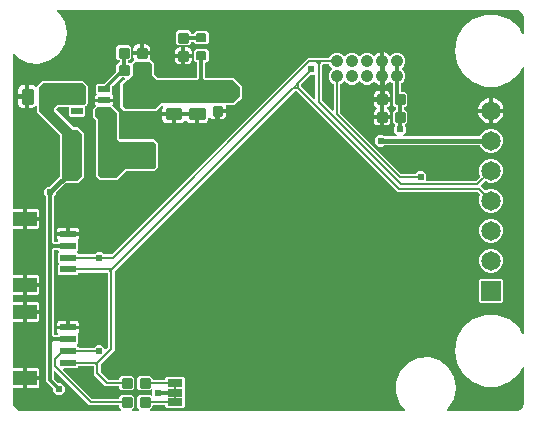
<source format=gbr>
G04 EAGLE Gerber RS-274X export*
G75*
%MOMM*%
%FSLAX34Y34*%
%LPD*%
%INTop Copper*%
%IPPOS*%
%AMOC8*
5,1,8,0,0,1.08239X$1,22.5*%
G01*
%ADD10C,0.222250*%
%ADD11R,1.350000X0.600000*%
%ADD12R,2.000000X1.200000*%
%ADD13R,1.270000X0.635000*%
%ADD14C,0.203200*%
%ADD15C,1.058000*%
%ADD16C,0.190500*%
%ADD17R,1.651000X1.651000*%
%ADD18C,1.651000*%
%ADD19R,1.016000X0.508000*%
%ADD20C,0.550000*%
%ADD21R,2.200000X1.800000*%
%ADD22C,0.254000*%
%ADD23C,0.609600*%
%ADD24C,0.304800*%
%ADD25C,0.381000*%

G36*
X96244Y5215D02*
X96244Y5215D01*
X96296Y5214D01*
X96375Y5235D01*
X96456Y5248D01*
X96503Y5270D01*
X96552Y5284D01*
X96622Y5328D01*
X96695Y5363D01*
X96733Y5398D01*
X96777Y5426D01*
X96830Y5489D01*
X96890Y5545D01*
X96915Y5589D01*
X96949Y5629D01*
X96981Y5704D01*
X97022Y5775D01*
X97033Y5826D01*
X97053Y5873D01*
X97062Y5955D01*
X97079Y6035D01*
X97075Y6086D01*
X97081Y6138D01*
X97064Y6218D01*
X97058Y6300D01*
X97039Y6348D01*
X97029Y6398D01*
X97001Y6442D01*
X96959Y6547D01*
X96846Y6686D01*
X96821Y6724D01*
X95376Y8169D01*
X95376Y9017D01*
X95361Y9119D01*
X95353Y9221D01*
X95341Y9249D01*
X95336Y9280D01*
X95292Y9372D01*
X95254Y9468D01*
X95234Y9491D01*
X95221Y9519D01*
X95151Y9594D01*
X95086Y9674D01*
X95060Y9691D01*
X95039Y9713D01*
X94950Y9764D01*
X94865Y9821D01*
X94841Y9827D01*
X94809Y9845D01*
X94549Y9903D01*
X94511Y9900D01*
X94488Y9905D01*
X69962Y9905D01*
X41395Y38473D01*
X41354Y38503D01*
X41318Y38541D01*
X41247Y38582D01*
X41181Y38630D01*
X41132Y38647D01*
X41088Y38673D01*
X41008Y38691D01*
X40930Y38718D01*
X40878Y38719D01*
X40828Y38731D01*
X40746Y38724D01*
X40664Y38727D01*
X40615Y38713D01*
X40563Y38709D01*
X40487Y38679D01*
X40408Y38657D01*
X40364Y38629D01*
X40316Y38610D01*
X40253Y38558D01*
X40184Y38514D01*
X40150Y38475D01*
X40110Y38442D01*
X40065Y38374D01*
X40012Y38312D01*
X39991Y38264D01*
X39963Y38221D01*
X39951Y38171D01*
X39907Y38067D01*
X39889Y37889D01*
X39879Y37845D01*
X39879Y33232D01*
X39882Y33211D01*
X39880Y33190D01*
X39902Y33080D01*
X39919Y32969D01*
X39928Y32950D01*
X39932Y32930D01*
X39956Y32891D01*
X40034Y32730D01*
X40111Y32647D01*
X40139Y32604D01*
X43780Y28963D01*
X43797Y28950D01*
X43810Y28934D01*
X43904Y28872D01*
X43994Y28805D01*
X44014Y28798D01*
X44031Y28787D01*
X44076Y28777D01*
X44245Y28718D01*
X44358Y28714D01*
X44408Y28703D01*
X46195Y28703D01*
X49023Y25875D01*
X49023Y21877D01*
X46195Y19049D01*
X42197Y19049D01*
X39369Y21877D01*
X39369Y23664D01*
X39366Y23685D01*
X39368Y23706D01*
X39346Y23816D01*
X39329Y23927D01*
X39320Y23946D01*
X39316Y23966D01*
X39292Y24005D01*
X39214Y24166D01*
X39137Y24249D01*
X39109Y24292D01*
X33273Y30128D01*
X33273Y186355D01*
X33270Y186375D01*
X33272Y186396D01*
X33250Y186507D01*
X33233Y186618D01*
X33224Y186636D01*
X33220Y186657D01*
X33196Y186696D01*
X33118Y186857D01*
X33041Y186939D01*
X33013Y186983D01*
X31749Y188247D01*
X31749Y192245D01*
X34577Y195073D01*
X35825Y195073D01*
X35846Y195076D01*
X35867Y195074D01*
X35977Y195096D01*
X36088Y195113D01*
X36107Y195122D01*
X36128Y195126D01*
X36166Y195150D01*
X36327Y195228D01*
X36410Y195305D01*
X36453Y195333D01*
X44824Y203704D01*
X44837Y203721D01*
X44853Y203734D01*
X44915Y203827D01*
X44982Y203918D01*
X44989Y203937D01*
X45000Y203955D01*
X45010Y204000D01*
X45069Y204169D01*
X45073Y204281D01*
X45084Y204332D01*
X45084Y238303D01*
X45081Y238324D01*
X45083Y238345D01*
X45061Y238455D01*
X45044Y238566D01*
X45035Y238585D01*
X45031Y238605D01*
X45007Y238644D01*
X44929Y238805D01*
X44852Y238888D01*
X44824Y238931D01*
X25780Y257975D01*
X25780Y262722D01*
X25773Y262773D01*
X25774Y262824D01*
X25753Y262904D01*
X25740Y262984D01*
X25718Y263031D01*
X25704Y263081D01*
X25660Y263150D01*
X25625Y263224D01*
X25589Y263262D01*
X25562Y263305D01*
X25499Y263358D01*
X25443Y263418D01*
X25399Y263444D01*
X25359Y263477D01*
X25284Y263509D01*
X25213Y263550D01*
X25162Y263561D01*
X25115Y263582D01*
X25033Y263590D01*
X24953Y263608D01*
X24902Y263604D01*
X24850Y263609D01*
X24770Y263593D01*
X24688Y263586D01*
X24640Y263567D01*
X24590Y263557D01*
X24546Y263529D01*
X24441Y263487D01*
X24302Y263374D01*
X24264Y263350D01*
X23676Y262762D01*
X22807Y262260D01*
X21838Y262000D01*
X19303Y262000D01*
X19303Y270637D01*
X19288Y270738D01*
X19279Y270841D01*
X19268Y270869D01*
X19263Y270900D01*
X19219Y270992D01*
X19180Y271087D01*
X19161Y271111D01*
X19148Y271139D01*
X19078Y271214D01*
X19013Y271294D01*
X18987Y271311D01*
X18966Y271333D01*
X18877Y271384D01*
X18792Y271441D01*
X18768Y271446D01*
X18735Y271465D01*
X18476Y271523D01*
X18438Y271520D01*
X18415Y271525D01*
X17525Y271525D01*
X17525Y271527D01*
X18415Y271527D01*
X18516Y271542D01*
X18619Y271551D01*
X18647Y271562D01*
X18678Y271567D01*
X18770Y271611D01*
X18865Y271650D01*
X18889Y271669D01*
X18917Y271682D01*
X18992Y271752D01*
X19072Y271817D01*
X19089Y271843D01*
X19111Y271864D01*
X19162Y271953D01*
X19219Y272038D01*
X19224Y272062D01*
X19243Y272095D01*
X19301Y272354D01*
X19298Y272392D01*
X19303Y272415D01*
X19303Y281052D01*
X21838Y281052D01*
X22807Y280792D01*
X23676Y280290D01*
X24264Y279702D01*
X24305Y279672D01*
X24341Y279634D01*
X24412Y279593D01*
X24478Y279545D01*
X24527Y279528D01*
X24571Y279502D01*
X24651Y279484D01*
X24729Y279457D01*
X24781Y279455D01*
X24831Y279444D01*
X24913Y279451D01*
X24995Y279448D01*
X25044Y279462D01*
X25096Y279466D01*
X25172Y279496D01*
X25251Y279518D01*
X25295Y279546D01*
X25343Y279565D01*
X25406Y279617D01*
X25475Y279661D01*
X25509Y279700D01*
X25549Y279732D01*
X25594Y279801D01*
X25647Y279863D01*
X25668Y279911D01*
X25696Y279954D01*
X25708Y280004D01*
X25752Y280108D01*
X25765Y280236D01*
X27603Y282074D01*
X28568Y283039D01*
X30391Y284862D01*
X64859Y284862D01*
X69216Y280505D01*
X69216Y265595D01*
X67952Y264331D01*
X66764Y263143D01*
X66703Y263061D01*
X66637Y262983D01*
X66625Y262954D01*
X66606Y262930D01*
X66573Y262833D01*
X66532Y262738D01*
X66529Y262707D01*
X66519Y262678D01*
X66516Y262576D01*
X66505Y262474D01*
X66511Y262444D01*
X66510Y262413D01*
X66537Y262314D01*
X66549Y262255D01*
X66549Y255549D01*
X65507Y254507D01*
X53873Y254507D01*
X52831Y255549D01*
X52831Y261620D01*
X52816Y261722D01*
X52808Y261824D01*
X52796Y261852D01*
X52791Y261883D01*
X52747Y261975D01*
X52709Y262071D01*
X52689Y262094D01*
X52676Y262122D01*
X52606Y262197D01*
X52541Y262277D01*
X52515Y262294D01*
X52494Y262316D01*
X52405Y262367D01*
X52320Y262424D01*
X52296Y262430D01*
X52264Y262448D01*
X52004Y262506D01*
X51966Y262503D01*
X51943Y262508D01*
X44145Y262508D01*
X44124Y262505D01*
X44103Y262507D01*
X43993Y262485D01*
X43882Y262468D01*
X43863Y262459D01*
X43843Y262455D01*
X43804Y262431D01*
X43643Y262353D01*
X43560Y262276D01*
X43517Y262248D01*
X42247Y260978D01*
X42186Y260895D01*
X42119Y260817D01*
X42107Y260789D01*
X42089Y260764D01*
X42055Y260667D01*
X42015Y260573D01*
X42012Y260542D01*
X42002Y260513D01*
X41998Y260411D01*
X41988Y260308D01*
X41994Y260278D01*
X41993Y260247D01*
X42020Y260148D01*
X42040Y260048D01*
X42053Y260028D01*
X42062Y259991D01*
X42205Y259767D01*
X42234Y259742D01*
X42247Y259722D01*
X56471Y245498D01*
X56488Y245485D01*
X56501Y245469D01*
X56595Y245407D01*
X56685Y245340D01*
X56705Y245333D01*
X56722Y245322D01*
X56767Y245312D01*
X56936Y245253D01*
X57049Y245249D01*
X57099Y245238D01*
X60795Y245238D01*
X65660Y240373D01*
X65660Y203619D01*
X60287Y198246D01*
X50154Y198246D01*
X50133Y198243D01*
X50112Y198245D01*
X50002Y198223D01*
X49891Y198206D01*
X49872Y198197D01*
X49851Y198193D01*
X49813Y198169D01*
X49652Y198091D01*
X49569Y198014D01*
X49526Y197986D01*
X41663Y190123D01*
X41650Y190106D01*
X41634Y190093D01*
X41572Y190000D01*
X41505Y189909D01*
X41498Y189890D01*
X41487Y189872D01*
X41477Y189827D01*
X41418Y189658D01*
X41414Y189546D01*
X41403Y189495D01*
X41403Y188247D01*
X40139Y186983D01*
X40126Y186966D01*
X40110Y186953D01*
X40048Y186859D01*
X39981Y186769D01*
X39974Y186749D01*
X39963Y186732D01*
X39953Y186687D01*
X39894Y186518D01*
X39890Y186405D01*
X39879Y186355D01*
X39879Y149310D01*
X39882Y149289D01*
X39880Y149268D01*
X39902Y149158D01*
X39919Y149047D01*
X39928Y149028D01*
X39932Y149008D01*
X39956Y148969D01*
X40034Y148808D01*
X40111Y148725D01*
X40139Y148682D01*
X40258Y148563D01*
X40275Y148550D01*
X40288Y148534D01*
X40382Y148472D01*
X40472Y148405D01*
X40492Y148398D01*
X40509Y148387D01*
X40554Y148377D01*
X40723Y148318D01*
X40836Y148314D01*
X40886Y148303D01*
X42669Y148303D01*
X42690Y148306D01*
X42711Y148304D01*
X42821Y148326D01*
X42932Y148343D01*
X42951Y148352D01*
X42972Y148356D01*
X43010Y148380D01*
X43171Y148458D01*
X43254Y148535D01*
X43297Y148563D01*
X43568Y148833D01*
X43629Y148916D01*
X43695Y148994D01*
X43707Y149022D01*
X43725Y149047D01*
X43759Y149144D01*
X43799Y149238D01*
X43803Y149269D01*
X43813Y149298D01*
X43816Y149401D01*
X43827Y149503D01*
X43821Y149533D01*
X43822Y149564D01*
X43795Y149663D01*
X43775Y149764D01*
X43762Y149784D01*
X43752Y149820D01*
X43609Y150045D01*
X43580Y150069D01*
X43568Y150089D01*
X43217Y150440D01*
X42882Y151019D01*
X42709Y151665D01*
X42709Y153501D01*
X51389Y153501D01*
X51490Y153516D01*
X51593Y153524D01*
X51621Y153536D01*
X51652Y153540D01*
X51744Y153585D01*
X51839Y153623D01*
X51863Y153643D01*
X51891Y153656D01*
X51966Y153726D01*
X51997Y153752D01*
X52013Y153732D01*
X52039Y153715D01*
X52060Y153693D01*
X52149Y153642D01*
X52234Y153585D01*
X52258Y153579D01*
X52291Y153561D01*
X52550Y153503D01*
X52588Y153506D01*
X52611Y153501D01*
X61291Y153501D01*
X61291Y151665D01*
X61118Y151019D01*
X60783Y150440D01*
X60432Y150089D01*
X60372Y150007D01*
X60305Y149928D01*
X60293Y149900D01*
X60275Y149875D01*
X60241Y149779D01*
X60201Y149684D01*
X60197Y149653D01*
X60187Y149624D01*
X60184Y149522D01*
X60173Y149420D01*
X60179Y149389D01*
X60178Y149359D01*
X60205Y149260D01*
X60225Y149159D01*
X60238Y149139D01*
X60248Y149102D01*
X60391Y148878D01*
X60420Y148853D01*
X60432Y148833D01*
X60529Y148737D01*
X60529Y141263D01*
X59894Y140628D01*
X59833Y140546D01*
X59766Y140467D01*
X59754Y140439D01*
X59736Y140414D01*
X59702Y140317D01*
X59662Y140223D01*
X59659Y140192D01*
X59649Y140163D01*
X59645Y140061D01*
X59634Y139958D01*
X59640Y139928D01*
X59639Y139897D01*
X59666Y139798D01*
X59686Y139698D01*
X59699Y139678D01*
X59709Y139641D01*
X59852Y139417D01*
X59881Y139392D01*
X59894Y139372D01*
X60529Y138737D01*
X60529Y138683D01*
X60544Y138581D01*
X60552Y138479D01*
X60564Y138451D01*
X60569Y138420D01*
X60613Y138328D01*
X60651Y138232D01*
X60671Y138209D01*
X60684Y138181D01*
X60754Y138106D01*
X60819Y138026D01*
X60845Y138009D01*
X60866Y137987D01*
X60955Y137936D01*
X61040Y137879D01*
X61064Y137873D01*
X61096Y137855D01*
X61356Y137797D01*
X61394Y137800D01*
X61417Y137795D01*
X73833Y137795D01*
X73853Y137798D01*
X73874Y137796D01*
X73985Y137818D01*
X74096Y137835D01*
X74114Y137844D01*
X74135Y137848D01*
X74174Y137872D01*
X74335Y137950D01*
X74417Y138027D01*
X74461Y138055D01*
X76233Y139827D01*
X80231Y139827D01*
X82003Y138055D01*
X82020Y138042D01*
X82033Y138026D01*
X82127Y137964D01*
X82217Y137897D01*
X82237Y137890D01*
X82254Y137879D01*
X82299Y137869D01*
X82468Y137810D01*
X82581Y137806D01*
X82631Y137795D01*
X88262Y137795D01*
X88283Y137798D01*
X88304Y137796D01*
X88414Y137818D01*
X88525Y137835D01*
X88544Y137844D01*
X88565Y137848D01*
X88603Y137872D01*
X88765Y137950D01*
X88847Y138027D01*
X88891Y138055D01*
X254980Y304145D01*
X272513Y304145D01*
X272574Y304154D01*
X272636Y304153D01*
X272705Y304174D01*
X272776Y304185D01*
X272832Y304212D01*
X272891Y304229D01*
X272950Y304269D01*
X273015Y304300D01*
X273060Y304343D01*
X273112Y304377D01*
X273140Y304416D01*
X273209Y304482D01*
X273316Y304667D01*
X273334Y304693D01*
X273607Y305354D01*
X275596Y307343D01*
X278194Y308419D01*
X281006Y308419D01*
X283604Y307343D01*
X285322Y305625D01*
X285405Y305564D01*
X285483Y305497D01*
X285511Y305485D01*
X285536Y305467D01*
X285633Y305433D01*
X285727Y305393D01*
X285758Y305390D01*
X285787Y305380D01*
X285890Y305376D01*
X285992Y305366D01*
X286022Y305372D01*
X286053Y305371D01*
X286152Y305398D01*
X286252Y305418D01*
X286273Y305430D01*
X286309Y305440D01*
X286533Y305583D01*
X286558Y305612D01*
X286578Y305625D01*
X288296Y307343D01*
X290894Y308419D01*
X293706Y308419D01*
X296304Y307343D01*
X298022Y305625D01*
X298105Y305564D01*
X298183Y305497D01*
X298211Y305485D01*
X298236Y305467D01*
X298333Y305433D01*
X298427Y305393D01*
X298458Y305390D01*
X298487Y305380D01*
X298590Y305376D01*
X298692Y305366D01*
X298722Y305372D01*
X298753Y305371D01*
X298852Y305398D01*
X298952Y305418D01*
X298973Y305430D01*
X299009Y305440D01*
X299233Y305583D01*
X299258Y305612D01*
X299278Y305625D01*
X300996Y307343D01*
X303594Y308419D01*
X306406Y308419D01*
X309004Y307343D01*
X310206Y306140D01*
X310252Y306107D01*
X310291Y306066D01*
X310358Y306028D01*
X310420Y305983D01*
X310474Y305964D01*
X310524Y305936D01*
X310599Y305921D01*
X310671Y305895D01*
X310728Y305893D01*
X310784Y305882D01*
X310860Y305889D01*
X310937Y305886D01*
X310992Y305901D01*
X311048Y305906D01*
X311119Y305936D01*
X311193Y305956D01*
X311241Y305987D01*
X311294Y306008D01*
X311330Y306043D01*
X311418Y306099D01*
X311544Y306248D01*
X311573Y306275D01*
X311618Y306342D01*
X312708Y307433D01*
X313991Y308290D01*
X315416Y308880D01*
X316326Y309061D01*
X316326Y301836D01*
X316341Y301735D01*
X316349Y301632D01*
X316361Y301604D01*
X316365Y301573D01*
X316410Y301481D01*
X316448Y301386D01*
X316468Y301362D01*
X316477Y301344D01*
X316467Y301326D01*
X316410Y301241D01*
X316404Y301217D01*
X316386Y301184D01*
X316328Y300925D01*
X316331Y300887D01*
X316326Y300864D01*
X316326Y289136D01*
X316341Y289035D01*
X316349Y288932D01*
X316361Y288904D01*
X316365Y288873D01*
X316410Y288781D01*
X316448Y288686D01*
X316468Y288662D01*
X316477Y288644D01*
X316467Y288626D01*
X316410Y288541D01*
X316404Y288517D01*
X316386Y288484D01*
X316328Y288225D01*
X316331Y288187D01*
X316326Y288164D01*
X316326Y280939D01*
X315416Y281120D01*
X313991Y281710D01*
X312708Y282567D01*
X311618Y283658D01*
X311573Y283725D01*
X311535Y283767D01*
X311504Y283815D01*
X311464Y283849D01*
X311433Y283887D01*
X311413Y283900D01*
X311394Y283921D01*
X311345Y283950D01*
X311302Y283987D01*
X311251Y284009D01*
X311212Y284034D01*
X311195Y284038D01*
X311165Y284056D01*
X311109Y284069D01*
X311057Y284091D01*
X310981Y284099D01*
X310906Y284117D01*
X310857Y284113D01*
X310835Y284118D01*
X310833Y284118D01*
X310818Y284116D01*
X310793Y284119D01*
X310717Y284104D01*
X310641Y284098D01*
X310602Y284083D01*
X310570Y284078D01*
X310555Y284071D01*
X310532Y284067D01*
X310490Y284040D01*
X310393Y284002D01*
X310362Y283978D01*
X310331Y283963D01*
X310262Y283898D01*
X310240Y283881D01*
X310206Y283860D01*
X309004Y282657D01*
X306406Y281581D01*
X303594Y281581D01*
X300996Y282657D01*
X299278Y284375D01*
X299195Y284436D01*
X299117Y284503D01*
X299089Y284515D01*
X299064Y284533D01*
X298967Y284567D01*
X298873Y284607D01*
X298842Y284610D01*
X298813Y284620D01*
X298711Y284624D01*
X298608Y284634D01*
X298578Y284628D01*
X298547Y284629D01*
X298448Y284602D01*
X298348Y284582D01*
X298328Y284570D01*
X298291Y284560D01*
X298067Y284417D01*
X298042Y284388D01*
X298022Y284375D01*
X296304Y282657D01*
X293706Y281581D01*
X290894Y281581D01*
X288296Y282657D01*
X286578Y284375D01*
X286495Y284436D01*
X286417Y284503D01*
X286389Y284515D01*
X286364Y284533D01*
X286267Y284567D01*
X286173Y284607D01*
X286142Y284610D01*
X286113Y284620D01*
X286011Y284624D01*
X285908Y284634D01*
X285878Y284628D01*
X285847Y284629D01*
X285748Y284602D01*
X285648Y284582D01*
X285628Y284570D01*
X285591Y284560D01*
X285367Y284417D01*
X285342Y284388D01*
X285322Y284375D01*
X283604Y282657D01*
X282943Y282384D01*
X282890Y282352D01*
X282832Y282328D01*
X282777Y282283D01*
X282715Y282246D01*
X282674Y282200D01*
X282626Y282161D01*
X282586Y282101D01*
X282539Y282048D01*
X282513Y281991D01*
X282479Y281940D01*
X282468Y281893D01*
X282429Y281806D01*
X282402Y281593D01*
X282395Y281563D01*
X282395Y258428D01*
X282398Y258407D01*
X282396Y258386D01*
X282418Y258276D01*
X282435Y258165D01*
X282444Y258146D01*
X282448Y258125D01*
X282472Y258087D01*
X282550Y257926D01*
X282627Y257843D01*
X282655Y257800D01*
X334200Y206255D01*
X334217Y206242D01*
X334230Y206226D01*
X334323Y206164D01*
X334414Y206097D01*
X334433Y206090D01*
X334451Y206079D01*
X334495Y206069D01*
X334665Y206010D01*
X334777Y206006D01*
X334828Y205995D01*
X346121Y205995D01*
X346141Y205998D01*
X346162Y205996D01*
X346273Y206018D01*
X346384Y206035D01*
X346402Y206044D01*
X346423Y206048D01*
X346462Y206072D01*
X346623Y206150D01*
X346705Y206227D01*
X346749Y206255D01*
X348521Y208027D01*
X352519Y208027D01*
X355347Y205199D01*
X355347Y201044D01*
X355343Y201028D01*
X355316Y200950D01*
X355314Y200899D01*
X355303Y200848D01*
X355310Y200766D01*
X355307Y200685D01*
X355320Y200635D01*
X355325Y200583D01*
X355355Y200507D01*
X355377Y200428D01*
X355404Y200385D01*
X355424Y200336D01*
X355475Y200273D01*
X355519Y200204D01*
X355559Y200170D01*
X355591Y200130D01*
X355659Y200085D01*
X355722Y200032D01*
X355769Y200011D01*
X355812Y199983D01*
X355863Y199971D01*
X355966Y199927D01*
X356145Y199909D01*
X356189Y199899D01*
X396978Y199899D01*
X396999Y199902D01*
X397020Y199900D01*
X397130Y199922D01*
X397241Y199939D01*
X397260Y199948D01*
X397281Y199952D01*
X397319Y199976D01*
X397481Y200054D01*
X397563Y200131D01*
X397607Y200159D01*
X400743Y203296D01*
X400780Y203345D01*
X400824Y203389D01*
X400858Y203452D01*
X400901Y203510D01*
X400921Y203568D01*
X400951Y203623D01*
X400965Y203693D01*
X400988Y203761D01*
X400990Y203822D01*
X401002Y203883D01*
X400994Y203931D01*
X400997Y204026D01*
X400941Y204233D01*
X400936Y204264D01*
X399966Y206604D01*
X399966Y210596D01*
X401494Y214284D01*
X404316Y217106D01*
X408004Y218634D01*
X411996Y218634D01*
X415684Y217106D01*
X418506Y214284D01*
X420034Y210596D01*
X420034Y206604D01*
X418506Y202916D01*
X415684Y200094D01*
X411996Y198566D01*
X408004Y198566D01*
X405664Y199536D01*
X405603Y199551D01*
X405546Y199575D01*
X405475Y199582D01*
X405406Y199600D01*
X405344Y199596D01*
X405282Y199602D01*
X405212Y199588D01*
X405140Y199584D01*
X405082Y199563D01*
X405021Y199550D01*
X404981Y199525D01*
X404891Y199491D01*
X404722Y199360D01*
X404696Y199343D01*
X401952Y196600D01*
X401891Y196517D01*
X401825Y196439D01*
X401813Y196411D01*
X401795Y196386D01*
X401761Y196289D01*
X401721Y196195D01*
X401717Y196164D01*
X401707Y196135D01*
X401704Y196033D01*
X401693Y195930D01*
X401699Y195900D01*
X401698Y195869D01*
X401725Y195770D01*
X401745Y195670D01*
X401758Y195650D01*
X401768Y195613D01*
X401911Y195389D01*
X401940Y195364D01*
X401952Y195344D01*
X404797Y192499D01*
X404847Y192462D01*
X404891Y192418D01*
X404954Y192384D01*
X405011Y192341D01*
X405070Y192321D01*
X405124Y192291D01*
X405195Y192277D01*
X405262Y192254D01*
X405324Y192252D01*
X405385Y192240D01*
X405433Y192248D01*
X405528Y192245D01*
X405735Y192301D01*
X405765Y192306D01*
X408004Y193234D01*
X411996Y193234D01*
X415684Y191706D01*
X418506Y188884D01*
X420034Y185196D01*
X420034Y181204D01*
X418506Y177516D01*
X415684Y174694D01*
X411996Y173166D01*
X408004Y173166D01*
X404316Y174694D01*
X401494Y177516D01*
X399966Y181204D01*
X399966Y185196D01*
X400978Y187638D01*
X400993Y187698D01*
X401017Y187755D01*
X401025Y187827D01*
X401042Y187896D01*
X401038Y187958D01*
X401045Y188020D01*
X401031Y188090D01*
X401026Y188162D01*
X401005Y188220D01*
X400993Y188281D01*
X400967Y188321D01*
X400933Y188411D01*
X400802Y188580D01*
X400785Y188606D01*
X399407Y189985D01*
X399390Y189998D01*
X399376Y190014D01*
X399283Y190076D01*
X399193Y190143D01*
X399173Y190150D01*
X399155Y190161D01*
X399111Y190171D01*
X398942Y190230D01*
X398829Y190234D01*
X398778Y190245D01*
X331274Y190245D01*
X245637Y275883D01*
X245629Y275889D01*
X245625Y275893D01*
X245618Y275898D01*
X245606Y275912D01*
X245513Y275974D01*
X245423Y276041D01*
X245403Y276047D01*
X245385Y276059D01*
X245341Y276069D01*
X245172Y276128D01*
X245059Y276132D01*
X245009Y276143D01*
X244449Y276143D01*
X244429Y276140D01*
X244408Y276142D01*
X244297Y276120D01*
X244187Y276103D01*
X244168Y276094D01*
X244147Y276090D01*
X244109Y276065D01*
X243947Y275987D01*
X243865Y275910D01*
X243821Y275883D01*
X243495Y275556D01*
X92041Y124103D01*
X92041Y124102D01*
X91701Y123762D01*
X91688Y123745D01*
X91672Y123732D01*
X91610Y123639D01*
X91543Y123548D01*
X91536Y123529D01*
X91525Y123511D01*
X91515Y123467D01*
X91456Y123297D01*
X91452Y123185D01*
X91441Y123134D01*
X91441Y56754D01*
X79789Y45103D01*
X79776Y45086D01*
X79760Y45072D01*
X79698Y44979D01*
X79631Y44889D01*
X79624Y44869D01*
X79613Y44851D01*
X79603Y44807D01*
X79544Y44638D01*
X79540Y44525D01*
X79529Y44474D01*
X79529Y38584D01*
X79532Y38563D01*
X79530Y38542D01*
X79552Y38432D01*
X79569Y38321D01*
X79578Y38302D01*
X79582Y38281D01*
X79606Y38243D01*
X79684Y38081D01*
X79761Y37999D01*
X79789Y37955D01*
X85733Y32011D01*
X85750Y31998D01*
X85764Y31982D01*
X85857Y31920D01*
X85947Y31853D01*
X85967Y31846D01*
X85985Y31835D01*
X86029Y31825D01*
X86198Y31766D01*
X86311Y31762D01*
X86362Y31751D01*
X94488Y31751D01*
X94590Y31766D01*
X94692Y31774D01*
X94720Y31786D01*
X94751Y31791D01*
X94843Y31835D01*
X94939Y31873D01*
X94962Y31893D01*
X94990Y31906D01*
X95065Y31976D01*
X95145Y32041D01*
X95162Y32067D01*
X95184Y32088D01*
X95235Y32177D01*
X95292Y32262D01*
X95298Y32286D01*
X95316Y32318D01*
X95374Y32578D01*
X95371Y32616D01*
X95376Y32639D01*
X95376Y33487D01*
X97069Y35180D01*
X106131Y35180D01*
X107824Y33487D01*
X107824Y24425D01*
X106131Y22732D01*
X97069Y22732D01*
X95376Y24425D01*
X95376Y25273D01*
X95361Y25375D01*
X95353Y25477D01*
X95341Y25505D01*
X95336Y25536D01*
X95292Y25628D01*
X95254Y25724D01*
X95234Y25747D01*
X95221Y25775D01*
X95151Y25850D01*
X95086Y25930D01*
X95060Y25947D01*
X95039Y25969D01*
X94950Y26020D01*
X94865Y26077D01*
X94841Y26083D01*
X94809Y26101D01*
X94549Y26159D01*
X94511Y26156D01*
X94488Y26161D01*
X83678Y26161D01*
X73939Y35900D01*
X73939Y42317D01*
X73924Y42419D01*
X73916Y42521D01*
X73904Y42549D01*
X73899Y42580D01*
X73855Y42672D01*
X73817Y42768D01*
X73797Y42791D01*
X73784Y42819D01*
X73714Y42894D01*
X73649Y42974D01*
X73623Y42991D01*
X73602Y43013D01*
X73513Y43064D01*
X73428Y43121D01*
X73404Y43127D01*
X73372Y43145D01*
X73112Y43203D01*
X73074Y43200D01*
X73051Y43205D01*
X61417Y43205D01*
X61315Y43190D01*
X61213Y43182D01*
X61185Y43170D01*
X61154Y43165D01*
X61062Y43121D01*
X60966Y43083D01*
X60943Y43063D01*
X60915Y43050D01*
X60840Y42980D01*
X60760Y42915D01*
X60743Y42889D01*
X60721Y42868D01*
X60670Y42779D01*
X60613Y42694D01*
X60607Y42670D01*
X60589Y42638D01*
X60531Y42378D01*
X60534Y42340D01*
X60529Y42317D01*
X60529Y42263D01*
X59487Y41221D01*
X48695Y41221D01*
X48645Y41214D01*
X48593Y41215D01*
X48514Y41194D01*
X48433Y41181D01*
X48386Y41159D01*
X48336Y41145D01*
X48267Y41101D01*
X48193Y41066D01*
X48156Y41031D01*
X48112Y41003D01*
X48059Y40940D01*
X47999Y40884D01*
X47973Y40840D01*
X47940Y40800D01*
X47908Y40725D01*
X47867Y40654D01*
X47856Y40603D01*
X47836Y40556D01*
X47827Y40474D01*
X47809Y40394D01*
X47814Y40343D01*
X47808Y40291D01*
X47824Y40211D01*
X47831Y40129D01*
X47850Y40081D01*
X47860Y40031D01*
X47888Y39987D01*
X47930Y39882D01*
X48043Y39743D01*
X48067Y39705D01*
X72017Y15755D01*
X72034Y15742D01*
X72048Y15726D01*
X72141Y15664D01*
X72231Y15597D01*
X72251Y15590D01*
X72269Y15579D01*
X72313Y15569D01*
X72482Y15510D01*
X72595Y15506D01*
X72646Y15495D01*
X94488Y15495D01*
X94590Y15510D01*
X94692Y15518D01*
X94720Y15530D01*
X94751Y15535D01*
X94843Y15579D01*
X94939Y15617D01*
X94962Y15637D01*
X94990Y15650D01*
X95065Y15720D01*
X95145Y15785D01*
X95162Y15811D01*
X95184Y15832D01*
X95235Y15921D01*
X95292Y16006D01*
X95298Y16030D01*
X95316Y16062D01*
X95374Y16322D01*
X95371Y16360D01*
X95376Y16383D01*
X95376Y17231D01*
X97069Y18924D01*
X106131Y18924D01*
X107824Y17231D01*
X107824Y8169D01*
X106379Y6724D01*
X106348Y6683D01*
X106310Y6647D01*
X106270Y6576D01*
X106221Y6510D01*
X106204Y6461D01*
X106178Y6417D01*
X106160Y6336D01*
X106134Y6259D01*
X106132Y6207D01*
X106121Y6157D01*
X106127Y6075D01*
X106124Y5993D01*
X106138Y5944D01*
X106142Y5892D01*
X106173Y5816D01*
X106194Y5737D01*
X106222Y5693D01*
X106241Y5645D01*
X106293Y5582D01*
X106337Y5513D01*
X106376Y5479D01*
X106409Y5439D01*
X106477Y5394D01*
X106540Y5341D01*
X106587Y5320D01*
X106630Y5292D01*
X106680Y5280D01*
X106784Y5236D01*
X106962Y5218D01*
X107007Y5208D01*
X111433Y5208D01*
X111484Y5215D01*
X111536Y5214D01*
X111615Y5235D01*
X111696Y5248D01*
X111743Y5270D01*
X111792Y5284D01*
X111862Y5328D01*
X111935Y5363D01*
X111973Y5398D01*
X112017Y5426D01*
X112070Y5489D01*
X112130Y5545D01*
X112155Y5589D01*
X112189Y5629D01*
X112221Y5704D01*
X112262Y5775D01*
X112273Y5826D01*
X112293Y5873D01*
X112302Y5955D01*
X112319Y6035D01*
X112315Y6086D01*
X112321Y6138D01*
X112304Y6218D01*
X112298Y6300D01*
X112279Y6348D01*
X112269Y6398D01*
X112241Y6442D01*
X112199Y6547D01*
X112086Y6686D01*
X112061Y6724D01*
X110616Y8169D01*
X110616Y17231D01*
X112309Y18924D01*
X121371Y18924D01*
X121927Y18368D01*
X121968Y18337D01*
X122004Y18299D01*
X122075Y18259D01*
X122141Y18210D01*
X122190Y18193D01*
X122234Y18167D01*
X122314Y18150D01*
X122392Y18123D01*
X122444Y18121D01*
X122494Y18110D01*
X122576Y18116D01*
X122658Y18113D01*
X122707Y18127D01*
X122759Y18131D01*
X122835Y18162D01*
X122914Y18183D01*
X122958Y18211D01*
X123006Y18230D01*
X123069Y18282D01*
X123138Y18326D01*
X123172Y18365D01*
X123212Y18398D01*
X123257Y18466D01*
X123310Y18528D01*
X123331Y18576D01*
X123359Y18619D01*
X123371Y18669D01*
X123415Y18773D01*
X123433Y18951D01*
X123443Y18996D01*
X123443Y22660D01*
X123436Y22711D01*
X123437Y22763D01*
X123416Y22842D01*
X123403Y22923D01*
X123381Y22970D01*
X123367Y23019D01*
X123323Y23089D01*
X123288Y23162D01*
X123252Y23200D01*
X123225Y23244D01*
X123162Y23297D01*
X123106Y23357D01*
X123062Y23382D01*
X123022Y23416D01*
X122947Y23448D01*
X122876Y23489D01*
X122825Y23500D01*
X122778Y23520D01*
X122696Y23529D01*
X122616Y23546D01*
X122565Y23542D01*
X122513Y23548D01*
X122433Y23531D01*
X122351Y23525D01*
X122303Y23506D01*
X122253Y23496D01*
X122209Y23468D01*
X122104Y23426D01*
X121965Y23313D01*
X121927Y23288D01*
X121371Y22732D01*
X112309Y22732D01*
X110616Y24425D01*
X110616Y33487D01*
X112309Y35180D01*
X121371Y35180D01*
X123064Y33487D01*
X123064Y32639D01*
X123079Y32537D01*
X123087Y32435D01*
X123099Y32407D01*
X123104Y32376D01*
X123148Y32284D01*
X123186Y32188D01*
X123206Y32165D01*
X123219Y32137D01*
X123289Y32062D01*
X123354Y31982D01*
X123380Y31965D01*
X123401Y31943D01*
X123490Y31892D01*
X123575Y31835D01*
X123599Y31829D01*
X123631Y31811D01*
X123891Y31753D01*
X123929Y31756D01*
X123952Y31751D01*
X133477Y31751D01*
X133579Y31766D01*
X133681Y31774D01*
X133709Y31786D01*
X133740Y31791D01*
X133832Y31835D01*
X133928Y31873D01*
X133951Y31893D01*
X133979Y31906D01*
X134054Y31976D01*
X134134Y32041D01*
X134151Y32067D01*
X134173Y32088D01*
X134224Y32177D01*
X134281Y32262D01*
X134287Y32286D01*
X134305Y32318D01*
X134363Y32578D01*
X134360Y32616D01*
X134365Y32639D01*
X134365Y32868D01*
X135407Y33910D01*
X149581Y33910D01*
X150623Y32868D01*
X150623Y8788D01*
X149581Y7746D01*
X135407Y7746D01*
X134365Y8788D01*
X134365Y9017D01*
X134350Y9119D01*
X134342Y9221D01*
X134330Y9249D01*
X134325Y9280D01*
X134281Y9372D01*
X134243Y9468D01*
X134223Y9491D01*
X134210Y9519D01*
X134140Y9594D01*
X134075Y9674D01*
X134049Y9691D01*
X134028Y9713D01*
X133939Y9764D01*
X133854Y9821D01*
X133830Y9827D01*
X133798Y9845D01*
X133538Y9903D01*
X133500Y9900D01*
X133477Y9905D01*
X123952Y9905D01*
X123850Y9890D01*
X123748Y9882D01*
X123720Y9870D01*
X123689Y9865D01*
X123597Y9821D01*
X123501Y9783D01*
X123478Y9763D01*
X123450Y9750D01*
X123375Y9680D01*
X123295Y9615D01*
X123278Y9589D01*
X123256Y9568D01*
X123205Y9479D01*
X123148Y9394D01*
X123142Y9370D01*
X123124Y9338D01*
X123066Y9078D01*
X123069Y9040D01*
X123064Y9017D01*
X123064Y8169D01*
X121619Y6724D01*
X121588Y6683D01*
X121550Y6647D01*
X121510Y6576D01*
X121461Y6510D01*
X121444Y6461D01*
X121418Y6417D01*
X121400Y6336D01*
X121374Y6259D01*
X121372Y6207D01*
X121361Y6157D01*
X121367Y6075D01*
X121364Y5993D01*
X121378Y5944D01*
X121382Y5892D01*
X121413Y5816D01*
X121434Y5737D01*
X121462Y5693D01*
X121481Y5645D01*
X121533Y5582D01*
X121577Y5513D01*
X121616Y5479D01*
X121649Y5439D01*
X121717Y5394D01*
X121780Y5341D01*
X121827Y5320D01*
X121870Y5292D01*
X121920Y5280D01*
X122024Y5236D01*
X122202Y5218D01*
X122247Y5208D01*
X336784Y5208D01*
X336815Y5212D01*
X336846Y5210D01*
X336946Y5232D01*
X337047Y5248D01*
X337075Y5261D01*
X337105Y5268D01*
X337194Y5319D01*
X337286Y5363D01*
X337309Y5385D01*
X337336Y5400D01*
X337406Y5475D01*
X337481Y5545D01*
X337496Y5572D01*
X337517Y5594D01*
X337562Y5687D01*
X337613Y5775D01*
X337619Y5806D01*
X337633Y5834D01*
X337648Y5935D01*
X337670Y6035D01*
X337668Y6066D01*
X337672Y6097D01*
X337657Y6198D01*
X337649Y6300D01*
X337637Y6329D01*
X337632Y6359D01*
X337607Y6404D01*
X337550Y6547D01*
X337467Y6649D01*
X337441Y6694D01*
X333109Y11446D01*
X329691Y20269D01*
X329691Y29731D01*
X333109Y38554D01*
X339484Y45547D01*
X347954Y49764D01*
X357376Y50638D01*
X366477Y48048D01*
X374028Y42346D01*
X379009Y34301D01*
X380747Y25000D01*
X379009Y15699D01*
X374028Y7654D01*
X372903Y6805D01*
X372824Y6724D01*
X372742Y6647D01*
X372731Y6629D01*
X372717Y6615D01*
X372666Y6514D01*
X372610Y6417D01*
X372605Y6396D01*
X372596Y6378D01*
X372576Y6267D01*
X372552Y6157D01*
X372554Y6137D01*
X372550Y6116D01*
X372564Y6004D01*
X372574Y5892D01*
X372581Y5873D01*
X372584Y5853D01*
X372631Y5750D01*
X372673Y5645D01*
X372686Y5629D01*
X372694Y5611D01*
X372769Y5527D01*
X372840Y5439D01*
X372857Y5428D01*
X372871Y5412D01*
X372967Y5354D01*
X373061Y5292D01*
X373077Y5288D01*
X373099Y5275D01*
X373357Y5211D01*
X373408Y5214D01*
X373438Y5208D01*
X430900Y5208D01*
X430954Y5216D01*
X430987Y5212D01*
X432275Y5339D01*
X432518Y5401D01*
X432528Y5402D01*
X434909Y6388D01*
X435136Y6526D01*
X435171Y6564D01*
X435197Y6581D01*
X437019Y8403D01*
X437177Y8617D01*
X437194Y8666D01*
X437212Y8691D01*
X438198Y11072D01*
X438205Y11102D01*
X438207Y11105D01*
X438215Y11142D01*
X438258Y11315D01*
X438261Y11325D01*
X438388Y12613D01*
X438385Y12668D01*
X438392Y12700D01*
X438392Y41498D01*
X438387Y41532D01*
X438390Y41567D01*
X438367Y41663D01*
X438352Y41761D01*
X438337Y41792D01*
X438330Y41826D01*
X438280Y41911D01*
X438237Y42000D01*
X438213Y42025D01*
X438196Y42055D01*
X438123Y42122D01*
X438055Y42195D01*
X438025Y42212D01*
X438000Y42235D01*
X437910Y42277D01*
X437825Y42326D01*
X437791Y42334D01*
X437760Y42349D01*
X437662Y42363D01*
X437565Y42384D01*
X437531Y42381D01*
X437497Y42386D01*
X437399Y42371D01*
X437300Y42363D01*
X437268Y42350D01*
X437234Y42344D01*
X437145Y42301D01*
X437053Y42264D01*
X437027Y42242D01*
X436996Y42227D01*
X436960Y42188D01*
X436847Y42096D01*
X436771Y41981D01*
X436735Y41942D01*
X433555Y36435D01*
X425375Y29571D01*
X415339Y25918D01*
X404661Y25918D01*
X394625Y29571D01*
X386445Y36435D01*
X381105Y45683D01*
X379251Y56200D01*
X381105Y66717D01*
X386445Y75965D01*
X394625Y82829D01*
X404661Y86482D01*
X415339Y86482D01*
X425375Y82829D01*
X433555Y75965D01*
X436735Y70458D01*
X436756Y70431D01*
X436771Y70400D01*
X436839Y70327D01*
X436901Y70250D01*
X436929Y70231D01*
X436953Y70205D01*
X437039Y70156D01*
X437121Y70101D01*
X437154Y70091D01*
X437183Y70074D01*
X437280Y70052D01*
X437375Y70023D01*
X437409Y70023D01*
X437443Y70016D01*
X437542Y70024D01*
X437641Y70024D01*
X437674Y70035D01*
X437708Y70037D01*
X437800Y70074D01*
X437894Y70104D01*
X437922Y70123D01*
X437955Y70136D01*
X438031Y70199D01*
X438113Y70255D01*
X438134Y70282D01*
X438161Y70304D01*
X438216Y70387D01*
X438277Y70464D01*
X438289Y70496D01*
X438308Y70525D01*
X438320Y70576D01*
X438372Y70712D01*
X438379Y70829D01*
X438390Y70877D01*
X438389Y70888D01*
X438392Y70902D01*
X438392Y295498D01*
X438387Y295532D01*
X438390Y295567D01*
X438367Y295663D01*
X438352Y295761D01*
X438337Y295792D01*
X438330Y295826D01*
X438280Y295911D01*
X438237Y296000D01*
X438213Y296025D01*
X438196Y296055D01*
X438123Y296122D01*
X438055Y296195D01*
X438025Y296212D01*
X438000Y296235D01*
X437910Y296277D01*
X437825Y296326D01*
X437791Y296334D01*
X437760Y296349D01*
X437662Y296363D01*
X437565Y296384D01*
X437531Y296381D01*
X437497Y296386D01*
X437399Y296371D01*
X437300Y296363D01*
X437268Y296350D01*
X437234Y296344D01*
X437145Y296301D01*
X437053Y296264D01*
X437027Y296242D01*
X436996Y296227D01*
X436960Y296188D01*
X436847Y296096D01*
X436771Y295981D01*
X436735Y295942D01*
X433555Y290435D01*
X425374Y283571D01*
X415339Y279918D01*
X404661Y279918D01*
X394625Y283571D01*
X386445Y290435D01*
X381105Y299683D01*
X379251Y310200D01*
X381105Y320717D01*
X386445Y329965D01*
X394625Y336829D01*
X404661Y340482D01*
X415339Y340482D01*
X425375Y336829D01*
X433555Y329965D01*
X436735Y324458D01*
X436756Y324431D01*
X436771Y324400D01*
X436839Y324327D01*
X436901Y324250D01*
X436929Y324231D01*
X436953Y324205D01*
X437039Y324156D01*
X437121Y324101D01*
X437154Y324091D01*
X437183Y324074D01*
X437280Y324052D01*
X437375Y324023D01*
X437409Y324023D01*
X437443Y324016D01*
X437542Y324024D01*
X437641Y324024D01*
X437674Y324035D01*
X437708Y324037D01*
X437800Y324074D01*
X437894Y324104D01*
X437922Y324123D01*
X437955Y324136D01*
X438031Y324199D01*
X438113Y324255D01*
X438134Y324282D01*
X438161Y324304D01*
X438216Y324387D01*
X438277Y324464D01*
X438289Y324496D01*
X438308Y324525D01*
X438320Y324576D01*
X438372Y324712D01*
X438381Y324850D01*
X438392Y324902D01*
X438392Y337300D01*
X438384Y337354D01*
X438388Y337387D01*
X438261Y338675D01*
X438199Y338918D01*
X438198Y338928D01*
X437212Y341309D01*
X437180Y341362D01*
X437158Y341417D01*
X437114Y341470D01*
X437074Y341536D01*
X437036Y341571D01*
X437019Y341597D01*
X435197Y343419D01*
X434983Y343577D01*
X434934Y343594D01*
X434909Y343612D01*
X432528Y344598D01*
X432285Y344658D01*
X432275Y344661D01*
X430987Y344788D01*
X430932Y344785D01*
X430900Y344792D01*
X43438Y344792D01*
X43327Y344775D01*
X43215Y344764D01*
X43196Y344756D01*
X43175Y344752D01*
X43074Y344703D01*
X42970Y344659D01*
X42955Y344646D01*
X42936Y344637D01*
X42853Y344560D01*
X42768Y344487D01*
X42757Y344469D01*
X42742Y344455D01*
X42686Y344357D01*
X42625Y344262D01*
X42620Y344242D01*
X42610Y344225D01*
X42585Y344115D01*
X42556Y344006D01*
X42556Y343985D01*
X42552Y343965D01*
X42561Y343853D01*
X42565Y343740D01*
X42572Y343721D01*
X42574Y343700D01*
X42616Y343596D01*
X42653Y343489D01*
X42663Y343477D01*
X42673Y343453D01*
X42840Y343247D01*
X42883Y343219D01*
X42903Y343195D01*
X44028Y342346D01*
X49009Y334301D01*
X50747Y325000D01*
X49009Y315699D01*
X44028Y307654D01*
X36477Y301952D01*
X27376Y299362D01*
X17954Y300236D01*
X9484Y304453D01*
X6752Y307449D01*
X6697Y307495D01*
X6647Y307547D01*
X6594Y307578D01*
X6546Y307617D01*
X6479Y307644D01*
X6417Y307679D01*
X6356Y307693D01*
X6299Y307716D01*
X6227Y307721D01*
X6157Y307737D01*
X6096Y307732D01*
X6034Y307737D01*
X5964Y307721D01*
X5892Y307715D01*
X5835Y307693D01*
X5775Y307679D01*
X5712Y307643D01*
X5645Y307616D01*
X5598Y307578D01*
X5544Y307547D01*
X5495Y307494D01*
X5439Y307449D01*
X5405Y307398D01*
X5363Y307353D01*
X5332Y307288D01*
X5292Y307228D01*
X5282Y307185D01*
X5247Y307113D01*
X5208Y306852D01*
X5208Y306851D01*
X5208Y177429D01*
X5223Y177327D01*
X5231Y177225D01*
X5243Y177197D01*
X5248Y177166D01*
X5292Y177074D01*
X5330Y176978D01*
X5350Y176955D01*
X5363Y176927D01*
X5433Y176852D01*
X5498Y176772D01*
X5524Y176755D01*
X5545Y176733D01*
X5634Y176682D01*
X5719Y176625D01*
X5743Y176619D01*
X5775Y176601D01*
X6035Y176543D01*
X6073Y176546D01*
X6096Y176541D01*
X13473Y176541D01*
X13473Y168889D01*
X13488Y168788D01*
X13497Y168685D01*
X13508Y168657D01*
X13513Y168626D01*
X13557Y168534D01*
X13596Y168439D01*
X13615Y168415D01*
X13628Y168387D01*
X13698Y168312D01*
X13763Y168232D01*
X13789Y168215D01*
X13810Y168193D01*
X13899Y168142D01*
X13984Y168085D01*
X14008Y168080D01*
X14040Y168061D01*
X14300Y168003D01*
X14338Y168006D01*
X14361Y168001D01*
X15251Y168001D01*
X15251Y167999D01*
X14361Y167999D01*
X14260Y167984D01*
X14157Y167975D01*
X14129Y167964D01*
X14098Y167959D01*
X14006Y167915D01*
X13911Y167876D01*
X13887Y167857D01*
X13859Y167844D01*
X13784Y167774D01*
X13704Y167709D01*
X13687Y167683D01*
X13665Y167662D01*
X13614Y167573D01*
X13557Y167488D01*
X13551Y167464D01*
X13533Y167431D01*
X13475Y167172D01*
X13478Y167134D01*
X13473Y167111D01*
X13473Y159459D01*
X6096Y159459D01*
X5994Y159444D01*
X5892Y159436D01*
X5864Y159424D01*
X5833Y159419D01*
X5741Y159375D01*
X5645Y159337D01*
X5622Y159317D01*
X5594Y159304D01*
X5519Y159234D01*
X5439Y159169D01*
X5422Y159143D01*
X5400Y159122D01*
X5349Y159033D01*
X5292Y158948D01*
X5286Y158924D01*
X5268Y158892D01*
X5210Y158632D01*
X5213Y158594D01*
X5208Y158571D01*
X5208Y121429D01*
X5223Y121327D01*
X5231Y121225D01*
X5243Y121197D01*
X5248Y121166D01*
X5292Y121074D01*
X5330Y120978D01*
X5350Y120955D01*
X5363Y120927D01*
X5433Y120852D01*
X5498Y120772D01*
X5524Y120755D01*
X5545Y120733D01*
X5634Y120682D01*
X5719Y120625D01*
X5743Y120619D01*
X5775Y120601D01*
X6035Y120543D01*
X6073Y120546D01*
X6096Y120541D01*
X13473Y120541D01*
X13473Y112889D01*
X13488Y112788D01*
X13497Y112685D01*
X13508Y112657D01*
X13513Y112626D01*
X13557Y112534D01*
X13596Y112439D01*
X13615Y112415D01*
X13628Y112387D01*
X13698Y112312D01*
X13763Y112232D01*
X13789Y112215D01*
X13810Y112193D01*
X13899Y112142D01*
X13984Y112085D01*
X14008Y112080D01*
X14040Y112061D01*
X14300Y112003D01*
X14338Y112006D01*
X14361Y112001D01*
X15251Y112001D01*
X15251Y111999D01*
X14361Y111999D01*
X14260Y111984D01*
X14157Y111975D01*
X14129Y111964D01*
X14098Y111959D01*
X14006Y111915D01*
X13911Y111876D01*
X13887Y111857D01*
X13859Y111844D01*
X13784Y111774D01*
X13704Y111709D01*
X13687Y111683D01*
X13665Y111662D01*
X13614Y111573D01*
X13557Y111488D01*
X13551Y111464D01*
X13533Y111431D01*
X13475Y111172D01*
X13478Y111134D01*
X13473Y111111D01*
X13473Y103459D01*
X6096Y103459D01*
X5994Y103444D01*
X5892Y103436D01*
X5864Y103424D01*
X5833Y103419D01*
X5741Y103375D01*
X5645Y103337D01*
X5622Y103317D01*
X5594Y103304D01*
X5519Y103234D01*
X5439Y103169D01*
X5422Y103143D01*
X5400Y103122D01*
X5349Y103033D01*
X5292Y102948D01*
X5286Y102924D01*
X5268Y102892D01*
X5210Y102632D01*
X5213Y102594D01*
X5208Y102571D01*
X5208Y98429D01*
X5223Y98327D01*
X5231Y98225D01*
X5243Y98197D01*
X5248Y98166D01*
X5292Y98074D01*
X5330Y97978D01*
X5350Y97955D01*
X5363Y97927D01*
X5433Y97852D01*
X5498Y97772D01*
X5524Y97755D01*
X5545Y97733D01*
X5634Y97682D01*
X5719Y97625D01*
X5743Y97619D01*
X5775Y97601D01*
X6035Y97543D01*
X6073Y97546D01*
X6096Y97541D01*
X13473Y97541D01*
X13473Y89889D01*
X13488Y89788D01*
X13497Y89685D01*
X13508Y89657D01*
X13513Y89626D01*
X13557Y89534D01*
X13596Y89439D01*
X13615Y89415D01*
X13628Y89387D01*
X13698Y89312D01*
X13763Y89232D01*
X13789Y89215D01*
X13810Y89193D01*
X13899Y89142D01*
X13984Y89085D01*
X14008Y89080D01*
X14040Y89061D01*
X14300Y89003D01*
X14338Y89006D01*
X14361Y89001D01*
X15251Y89001D01*
X15251Y88999D01*
X14361Y88999D01*
X14260Y88984D01*
X14157Y88975D01*
X14129Y88964D01*
X14098Y88959D01*
X14006Y88915D01*
X13911Y88876D01*
X13887Y88857D01*
X13859Y88844D01*
X13784Y88774D01*
X13704Y88709D01*
X13687Y88683D01*
X13665Y88662D01*
X13614Y88573D01*
X13557Y88488D01*
X13551Y88464D01*
X13533Y88431D01*
X13475Y88172D01*
X13478Y88134D01*
X13473Y88111D01*
X13473Y80459D01*
X6096Y80459D01*
X5994Y80444D01*
X5892Y80436D01*
X5864Y80424D01*
X5833Y80419D01*
X5741Y80375D01*
X5645Y80337D01*
X5622Y80317D01*
X5594Y80304D01*
X5519Y80234D01*
X5439Y80169D01*
X5422Y80143D01*
X5400Y80122D01*
X5349Y80033D01*
X5292Y79948D01*
X5286Y79924D01*
X5268Y79892D01*
X5210Y79632D01*
X5213Y79594D01*
X5208Y79571D01*
X5208Y42429D01*
X5223Y42327D01*
X5231Y42225D01*
X5243Y42197D01*
X5248Y42166D01*
X5292Y42074D01*
X5330Y41978D01*
X5350Y41955D01*
X5363Y41927D01*
X5433Y41852D01*
X5498Y41772D01*
X5524Y41755D01*
X5545Y41733D01*
X5634Y41682D01*
X5719Y41625D01*
X5743Y41619D01*
X5775Y41601D01*
X6035Y41543D01*
X6073Y41546D01*
X6096Y41541D01*
X13473Y41541D01*
X13473Y33889D01*
X13488Y33787D01*
X13497Y33685D01*
X13508Y33657D01*
X13513Y33626D01*
X13557Y33534D01*
X13596Y33439D01*
X13615Y33415D01*
X13628Y33387D01*
X13698Y33312D01*
X13763Y33232D01*
X13789Y33215D01*
X13810Y33193D01*
X13899Y33142D01*
X13984Y33085D01*
X14008Y33080D01*
X14040Y33061D01*
X14300Y33003D01*
X14338Y33006D01*
X14361Y33001D01*
X15251Y33001D01*
X15251Y32999D01*
X14361Y32999D01*
X14260Y32984D01*
X14157Y32975D01*
X14129Y32964D01*
X14098Y32959D01*
X14006Y32915D01*
X13911Y32876D01*
X13887Y32857D01*
X13859Y32844D01*
X13784Y32774D01*
X13704Y32709D01*
X13687Y32683D01*
X13665Y32662D01*
X13614Y32573D01*
X13557Y32488D01*
X13551Y32464D01*
X13533Y32431D01*
X13475Y32172D01*
X13478Y32134D01*
X13473Y32111D01*
X13473Y24459D01*
X6096Y24459D01*
X5994Y24444D01*
X5892Y24436D01*
X5864Y24424D01*
X5833Y24419D01*
X5741Y24375D01*
X5645Y24337D01*
X5622Y24317D01*
X5594Y24304D01*
X5519Y24234D01*
X5439Y24169D01*
X5422Y24143D01*
X5400Y24122D01*
X5349Y24033D01*
X5292Y23948D01*
X5286Y23924D01*
X5268Y23892D01*
X5210Y23632D01*
X5213Y23594D01*
X5208Y23571D01*
X5208Y12700D01*
X5216Y12646D01*
X5212Y12613D01*
X5339Y11325D01*
X5353Y11268D01*
X5357Y11222D01*
X5379Y11167D01*
X5401Y11082D01*
X5402Y11072D01*
X6388Y8691D01*
X6526Y8464D01*
X6564Y8429D01*
X6581Y8403D01*
X8403Y6581D01*
X8617Y6423D01*
X8666Y6406D01*
X8691Y6388D01*
X11072Y5402D01*
X11315Y5342D01*
X11325Y5339D01*
X12613Y5212D01*
X12668Y5215D01*
X12700Y5208D01*
X96193Y5208D01*
X96244Y5215D01*
G37*
%LPC*%
G36*
X163067Y249173D02*
X163067Y249173D01*
X163067Y255905D01*
X163052Y256006D01*
X163043Y256109D01*
X163032Y256137D01*
X163027Y256168D01*
X162983Y256260D01*
X162944Y256355D01*
X162925Y256379D01*
X162912Y256407D01*
X162842Y256482D01*
X162777Y256562D01*
X162751Y256579D01*
X162730Y256601D01*
X162641Y256652D01*
X162556Y256709D01*
X162532Y256714D01*
X162499Y256733D01*
X162240Y256791D01*
X162202Y256788D01*
X162179Y256793D01*
X161289Y256793D01*
X161289Y257683D01*
X161274Y257784D01*
X161265Y257887D01*
X161254Y257915D01*
X161249Y257946D01*
X161205Y258038D01*
X161166Y258133D01*
X161147Y258157D01*
X161134Y258185D01*
X161064Y258260D01*
X160999Y258340D01*
X160973Y258357D01*
X160952Y258379D01*
X160863Y258430D01*
X160778Y258487D01*
X160754Y258492D01*
X160721Y258511D01*
X160462Y258569D01*
X160424Y258566D01*
X160401Y258571D01*
X142367Y258571D01*
X142266Y258556D01*
X142163Y258547D01*
X142135Y258536D01*
X142104Y258531D01*
X142012Y258487D01*
X141917Y258448D01*
X141893Y258429D01*
X141865Y258416D01*
X141790Y258346D01*
X141710Y258281D01*
X141693Y258255D01*
X141671Y258234D01*
X141620Y258145D01*
X141563Y258060D01*
X141558Y258036D01*
X141539Y258003D01*
X141481Y257744D01*
X141484Y257706D01*
X141479Y257683D01*
X141479Y256793D01*
X141477Y256793D01*
X141477Y257683D01*
X141462Y257784D01*
X141453Y257887D01*
X141442Y257915D01*
X141437Y257946D01*
X141393Y258038D01*
X141354Y258133D01*
X141335Y258157D01*
X141322Y258185D01*
X141252Y258260D01*
X141187Y258340D01*
X141161Y258357D01*
X141140Y258379D01*
X141051Y258430D01*
X140966Y258487D01*
X140942Y258492D01*
X140909Y258511D01*
X140650Y258569D01*
X140612Y258566D01*
X140589Y258571D01*
X131952Y258571D01*
X131952Y261106D01*
X132212Y262075D01*
X132265Y262167D01*
X132271Y262183D01*
X132282Y262197D01*
X132320Y262306D01*
X132362Y262414D01*
X132363Y262431D01*
X132369Y262448D01*
X132373Y262564D01*
X132381Y262679D01*
X132377Y262696D01*
X132378Y262713D01*
X132348Y262825D01*
X132321Y262938D01*
X132313Y262953D01*
X132308Y262970D01*
X132246Y263068D01*
X132188Y263168D01*
X132175Y263180D01*
X132166Y263194D01*
X132077Y263270D01*
X131992Y263348D01*
X131976Y263355D01*
X131963Y263366D01*
X131856Y263412D01*
X131752Y263461D01*
X131734Y263464D01*
X131718Y263471D01*
X131603Y263483D01*
X131488Y263499D01*
X131471Y263496D01*
X131454Y263498D01*
X131340Y263475D01*
X131226Y263457D01*
X131210Y263449D01*
X131193Y263446D01*
X131158Y263424D01*
X130988Y263339D01*
X130934Y263281D01*
X130868Y263239D01*
X128658Y261029D01*
X126835Y259206D01*
X99733Y259206D01*
X96392Y262547D01*
X96392Y282537D01*
X99434Y285579D01*
X99993Y286138D01*
X100024Y286179D01*
X100062Y286215D01*
X100102Y286286D01*
X100151Y286352D01*
X100168Y286401D01*
X100193Y286445D01*
X100211Y286525D01*
X100238Y286603D01*
X100240Y286655D01*
X100251Y286705D01*
X100245Y286787D01*
X100247Y286869D01*
X100234Y286918D01*
X100230Y286970D01*
X100199Y287046D01*
X100178Y287125D01*
X100150Y287169D01*
X100131Y287217D01*
X100079Y287280D01*
X100035Y287349D01*
X99996Y287383D01*
X99963Y287423D01*
X99895Y287468D01*
X99832Y287521D01*
X99785Y287542D01*
X99742Y287570D01*
X99692Y287582D01*
X99588Y287626D01*
X99410Y287644D01*
X99365Y287654D01*
X97621Y287654D01*
X97600Y287651D01*
X97579Y287653D01*
X97469Y287631D01*
X97358Y287614D01*
X97339Y287605D01*
X97319Y287601D01*
X97280Y287577D01*
X97119Y287499D01*
X97036Y287422D01*
X96993Y287394D01*
X89669Y280070D01*
X89656Y280053D01*
X89640Y280040D01*
X89578Y279946D01*
X89511Y279856D01*
X89504Y279836D01*
X89493Y279819D01*
X89483Y279774D01*
X89424Y279605D01*
X89420Y279492D01*
X89409Y279442D01*
X89409Y274345D01*
X89153Y274090D01*
X89111Y274032D01*
X89088Y274011D01*
X89072Y273983D01*
X89026Y273929D01*
X89014Y273901D01*
X88996Y273876D01*
X88972Y273809D01*
X88956Y273780D01*
X88949Y273747D01*
X88922Y273685D01*
X88918Y273654D01*
X88908Y273625D01*
X88906Y273556D01*
X88898Y273520D01*
X88901Y273484D01*
X88894Y273420D01*
X88900Y273390D01*
X88899Y273359D01*
X88916Y273297D01*
X88920Y273255D01*
X88935Y273218D01*
X88946Y273159D01*
X88959Y273139D01*
X88969Y273103D01*
X89001Y273053D01*
X89019Y273009D01*
X89066Y272950D01*
X89112Y272878D01*
X89141Y272854D01*
X89153Y272834D01*
X89663Y272324D01*
X89998Y271745D01*
X90171Y271099D01*
X90171Y269493D01*
X82931Y269493D01*
X82830Y269478D01*
X82727Y269470D01*
X82699Y269458D01*
X82668Y269453D01*
X82576Y269409D01*
X82558Y269401D01*
X82546Y269409D01*
X82522Y269415D01*
X82489Y269433D01*
X82230Y269491D01*
X82192Y269488D01*
X82169Y269493D01*
X74929Y269493D01*
X74929Y271099D01*
X75102Y271745D01*
X75437Y272324D01*
X75947Y272834D01*
X75977Y272875D01*
X76012Y272908D01*
X76037Y272951D01*
X76074Y272995D01*
X76086Y273023D01*
X76104Y273048D01*
X76123Y273101D01*
X76144Y273139D01*
X76154Y273182D01*
X76178Y273239D01*
X76182Y273270D01*
X76192Y273299D01*
X76194Y273361D01*
X76202Y273398D01*
X76199Y273437D01*
X76206Y273503D01*
X76200Y273534D01*
X76201Y273564D01*
X76183Y273629D01*
X76180Y273663D01*
X76167Y273696D01*
X76154Y273764D01*
X76141Y273784D01*
X76131Y273821D01*
X76094Y273880D01*
X76081Y273910D01*
X76049Y273950D01*
X75988Y274045D01*
X75959Y274070D01*
X75947Y274090D01*
X75691Y274345D01*
X75691Y280899D01*
X76733Y281941D01*
X81830Y281941D01*
X81851Y281944D01*
X81872Y281942D01*
X81982Y281964D01*
X82093Y281981D01*
X82112Y281990D01*
X82132Y281994D01*
X82171Y282018D01*
X82332Y282096D01*
X82415Y282173D01*
X82458Y282201D01*
X92576Y292319D01*
X92589Y292336D01*
X92605Y292349D01*
X92667Y292443D01*
X92734Y292533D01*
X92741Y292553D01*
X92752Y292570D01*
X92762Y292615D01*
X92821Y292784D01*
X92825Y292897D01*
X92836Y292947D01*
X92836Y298409D01*
X94529Y300102D01*
X94869Y300102D01*
X94971Y300117D01*
X95073Y300125D01*
X95101Y300137D01*
X95132Y300142D01*
X95224Y300186D01*
X95320Y300224D01*
X95343Y300244D01*
X95371Y300257D01*
X95446Y300327D01*
X95526Y300392D01*
X95543Y300418D01*
X95565Y300439D01*
X95616Y300528D01*
X95673Y300613D01*
X95679Y300637D01*
X95697Y300669D01*
X95755Y300929D01*
X95755Y300933D01*
X95755Y300934D01*
X95752Y300968D01*
X95757Y300990D01*
X95757Y301498D01*
X95742Y301600D01*
X95734Y301702D01*
X95722Y301730D01*
X95717Y301761D01*
X95673Y301853D01*
X95635Y301949D01*
X95615Y301972D01*
X95602Y302000D01*
X95532Y302075D01*
X95467Y302155D01*
X95441Y302172D01*
X95420Y302194D01*
X95331Y302245D01*
X95246Y302302D01*
X95222Y302308D01*
X95190Y302326D01*
X94930Y302384D01*
X94892Y302381D01*
X94869Y302386D01*
X94529Y302386D01*
X92836Y304079D01*
X92836Y313141D01*
X94529Y314834D01*
X103591Y314834D01*
X105284Y313141D01*
X105284Y304079D01*
X103591Y302386D01*
X103251Y302386D01*
X103149Y302371D01*
X103047Y302363D01*
X103019Y302351D01*
X102988Y302346D01*
X102896Y302302D01*
X102800Y302264D01*
X102777Y302244D01*
X102749Y302231D01*
X102674Y302161D01*
X102594Y302096D01*
X102577Y302070D01*
X102555Y302049D01*
X102504Y301960D01*
X102447Y301875D01*
X102441Y301851D01*
X102423Y301819D01*
X102365Y301559D01*
X102368Y301521D01*
X102363Y301498D01*
X102363Y300990D01*
X102378Y300888D01*
X102386Y300786D01*
X102398Y300758D01*
X102403Y300727D01*
X102447Y300635D01*
X102485Y300539D01*
X102505Y300516D01*
X102518Y300488D01*
X102588Y300413D01*
X102653Y300333D01*
X102679Y300316D01*
X102700Y300294D01*
X102789Y300243D01*
X102874Y300186D01*
X102898Y300180D01*
X102930Y300162D01*
X103190Y300104D01*
X103228Y300107D01*
X103251Y300102D01*
X103591Y300102D01*
X104082Y299611D01*
X104164Y299550D01*
X104243Y299483D01*
X104271Y299471D01*
X104296Y299453D01*
X104393Y299419D01*
X104487Y299379D01*
X104518Y299376D01*
X104547Y299366D01*
X104649Y299362D01*
X104752Y299352D01*
X104782Y299358D01*
X104812Y299357D01*
X104911Y299383D01*
X105012Y299404D01*
X105032Y299416D01*
X105069Y299426D01*
X105293Y299569D01*
X105318Y299598D01*
X105338Y299611D01*
X106546Y300819D01*
X107825Y302097D01*
X107896Y302194D01*
X107969Y302288D01*
X107974Y302300D01*
X107982Y302311D01*
X108022Y302424D01*
X108064Y302536D01*
X108065Y302549D01*
X108070Y302562D01*
X108074Y302682D01*
X108081Y302801D01*
X108078Y302812D01*
X108079Y302828D01*
X108009Y303084D01*
X107976Y303136D01*
X107966Y303169D01*
X107563Y303867D01*
X107314Y304795D01*
X107314Y306833D01*
X113411Y306833D01*
X113512Y306848D01*
X113615Y306857D01*
X113643Y306868D01*
X113674Y306873D01*
X113766Y306917D01*
X113861Y306956D01*
X113885Y306975D01*
X113913Y306988D01*
X113988Y307058D01*
X114068Y307123D01*
X114085Y307149D01*
X114107Y307170D01*
X114158Y307259D01*
X114215Y307344D01*
X114220Y307368D01*
X114239Y307400D01*
X114297Y307660D01*
X114294Y307698D01*
X114299Y307721D01*
X114299Y308611D01*
X114301Y308611D01*
X114301Y307721D01*
X114316Y307620D01*
X114325Y307517D01*
X114336Y307489D01*
X114341Y307458D01*
X114385Y307366D01*
X114424Y307271D01*
X114443Y307247D01*
X114456Y307219D01*
X114526Y307144D01*
X114591Y307064D01*
X114617Y307047D01*
X114638Y307025D01*
X114727Y306974D01*
X114812Y306917D01*
X114836Y306911D01*
X114869Y306893D01*
X115128Y306835D01*
X115166Y306838D01*
X115189Y306833D01*
X121286Y306833D01*
X121286Y304795D01*
X121008Y303760D01*
X120999Y303675D01*
X120980Y303591D01*
X120984Y303543D01*
X120979Y303496D01*
X120995Y303411D01*
X121002Y303326D01*
X121020Y303282D01*
X121029Y303235D01*
X121069Y303159D01*
X121101Y303079D01*
X121131Y303042D01*
X121153Y303000D01*
X121214Y302940D01*
X121268Y302873D01*
X121308Y302846D01*
X121342Y302813D01*
X121418Y302773D01*
X121489Y302726D01*
X121524Y302718D01*
X121578Y302690D01*
X121736Y302661D01*
X124842Y299555D01*
X124842Y291033D01*
X124845Y291012D01*
X124843Y290991D01*
X124865Y290881D01*
X124882Y290770D01*
X124891Y290751D01*
X124895Y290731D01*
X124919Y290692D01*
X124997Y290531D01*
X125074Y290448D01*
X125102Y290405D01*
X128099Y287408D01*
X128116Y287395D01*
X128129Y287379D01*
X128223Y287317D01*
X128313Y287250D01*
X128333Y287243D01*
X128350Y287232D01*
X128395Y287222D01*
X128564Y287163D01*
X128677Y287159D01*
X128727Y287148D01*
X160325Y287148D01*
X160346Y287151D01*
X160367Y287149D01*
X160477Y287171D01*
X160588Y287188D01*
X160607Y287197D01*
X160627Y287201D01*
X160666Y287225D01*
X160827Y287303D01*
X160910Y287380D01*
X160953Y287408D01*
X161283Y287738D01*
X161296Y287755D01*
X161312Y287768D01*
X161374Y287862D01*
X161441Y287952D01*
X161448Y287972D01*
X161459Y287989D01*
X161469Y288034D01*
X161528Y288203D01*
X161532Y288316D01*
X161543Y288366D01*
X161543Y299593D01*
X161528Y299695D01*
X161520Y299797D01*
X161508Y299825D01*
X161503Y299856D01*
X161459Y299948D01*
X161421Y300044D01*
X161401Y300067D01*
X161388Y300095D01*
X161318Y300170D01*
X161253Y300250D01*
X161227Y300267D01*
X161206Y300289D01*
X161117Y300340D01*
X161032Y300397D01*
X161008Y300403D01*
X160976Y300421D01*
X160716Y300479D01*
X160678Y300476D01*
X160655Y300481D01*
X160222Y300481D01*
X158622Y302081D01*
X158622Y310059D01*
X160222Y311659D01*
X169470Y311659D01*
X171070Y310059D01*
X171070Y302081D01*
X169470Y300481D01*
X169037Y300481D01*
X168935Y300466D01*
X168833Y300458D01*
X168805Y300446D01*
X168774Y300441D01*
X168682Y300397D01*
X168586Y300359D01*
X168563Y300339D01*
X168535Y300326D01*
X168460Y300256D01*
X168380Y300191D01*
X168363Y300165D01*
X168341Y300144D01*
X168290Y300055D01*
X168233Y299970D01*
X168227Y299946D01*
X168209Y299914D01*
X168151Y299654D01*
X168154Y299616D01*
X168149Y299593D01*
X168149Y288112D01*
X168152Y288091D01*
X168150Y288070D01*
X168172Y287960D01*
X168189Y287849D01*
X168198Y287830D01*
X168202Y287810D01*
X168226Y287771D01*
X168304Y287610D01*
X168381Y287527D01*
X168409Y287484D01*
X168739Y287154D01*
X168756Y287141D01*
X168769Y287125D01*
X168863Y287063D01*
X168953Y286996D01*
X168973Y286989D01*
X168990Y286978D01*
X169035Y286968D01*
X169204Y286909D01*
X169317Y286905D01*
X169367Y286894D01*
X192621Y286894D01*
X199010Y280505D01*
X199010Y270167D01*
X196730Y267887D01*
X192875Y264032D01*
X186436Y264032D01*
X186334Y264017D01*
X186232Y264009D01*
X186204Y263997D01*
X186173Y263992D01*
X186081Y263948D01*
X185985Y263910D01*
X185962Y263890D01*
X185934Y263877D01*
X185859Y263807D01*
X185779Y263742D01*
X185762Y263716D01*
X185740Y263695D01*
X185689Y263606D01*
X185632Y263521D01*
X185626Y263497D01*
X185608Y263465D01*
X185550Y263205D01*
X185553Y263167D01*
X185548Y263144D01*
X185548Y261111D01*
X179451Y261111D01*
X179350Y261096D01*
X179247Y261087D01*
X179219Y261076D01*
X179188Y261071D01*
X179096Y261027D01*
X179001Y260988D01*
X178977Y260969D01*
X178949Y260956D01*
X178874Y260886D01*
X178794Y260821D01*
X178777Y260795D01*
X178755Y260774D01*
X178704Y260685D01*
X178647Y260600D01*
X178642Y260576D01*
X178623Y260543D01*
X178565Y260284D01*
X178568Y260246D01*
X178563Y260223D01*
X178563Y259333D01*
X177673Y259333D01*
X177572Y259318D01*
X177469Y259309D01*
X177441Y259298D01*
X177410Y259293D01*
X177318Y259249D01*
X177223Y259210D01*
X177199Y259191D01*
X177171Y259178D01*
X177096Y259108D01*
X177016Y259043D01*
X176999Y259017D01*
X176977Y258996D01*
X176926Y258907D01*
X176869Y258822D01*
X176863Y258798D01*
X176845Y258765D01*
X176787Y258506D01*
X176790Y258468D01*
X176785Y258445D01*
X176785Y252348D01*
X174747Y252348D01*
X173819Y252597D01*
X172986Y253078D01*
X172332Y253732D01*
X172291Y253762D01*
X172255Y253800D01*
X172184Y253841D01*
X172118Y253889D01*
X172069Y253906D01*
X172025Y253932D01*
X171945Y253950D01*
X171867Y253977D01*
X171815Y253979D01*
X171765Y253990D01*
X171683Y253983D01*
X171601Y253986D01*
X171552Y253972D01*
X171500Y253968D01*
X171424Y253938D01*
X171345Y253916D01*
X171301Y253888D01*
X171253Y253869D01*
X171190Y253817D01*
X171121Y253773D01*
X171087Y253734D01*
X171047Y253702D01*
X171002Y253633D01*
X170949Y253571D01*
X170928Y253523D01*
X170900Y253480D01*
X170888Y253430D01*
X170844Y253326D01*
X170826Y253148D01*
X170816Y253104D01*
X170816Y252482D01*
X170556Y251513D01*
X170054Y250644D01*
X169345Y249935D01*
X168476Y249433D01*
X167507Y249173D01*
X163067Y249173D01*
G37*
%LPD*%
G36*
X83932Y57453D02*
X83932Y57453D01*
X83962Y57452D01*
X84061Y57479D01*
X84162Y57499D01*
X84182Y57512D01*
X84219Y57522D01*
X84443Y57665D01*
X84468Y57693D01*
X84488Y57706D01*
X85591Y58809D01*
X85604Y58826D01*
X85620Y58840D01*
X85682Y58933D01*
X85749Y59023D01*
X85756Y59043D01*
X85767Y59061D01*
X85777Y59105D01*
X85836Y59275D01*
X85840Y59387D01*
X85851Y59438D01*
X85851Y121317D01*
X85836Y121419D01*
X85828Y121521D01*
X85816Y121549D01*
X85811Y121580D01*
X85767Y121672D01*
X85729Y121768D01*
X85709Y121791D01*
X85696Y121819D01*
X85626Y121894D01*
X85561Y121974D01*
X85535Y121991D01*
X85514Y122013D01*
X85425Y122064D01*
X85340Y122121D01*
X85316Y122127D01*
X85284Y122145D01*
X85024Y122203D01*
X84986Y122200D01*
X84963Y122205D01*
X61417Y122205D01*
X61315Y122190D01*
X61213Y122182D01*
X61185Y122170D01*
X61154Y122165D01*
X61062Y122121D01*
X60966Y122083D01*
X60943Y122063D01*
X60915Y122050D01*
X60840Y121980D01*
X60760Y121915D01*
X60743Y121889D01*
X60721Y121868D01*
X60670Y121779D01*
X60613Y121694D01*
X60607Y121670D01*
X60589Y121638D01*
X60531Y121378D01*
X60534Y121340D01*
X60529Y121317D01*
X60529Y121263D01*
X59487Y120221D01*
X44513Y120221D01*
X43471Y121263D01*
X43471Y128737D01*
X44106Y129372D01*
X44167Y129455D01*
X44234Y129533D01*
X44246Y129561D01*
X44264Y129586D01*
X44298Y129683D01*
X44338Y129777D01*
X44341Y129808D01*
X44351Y129837D01*
X44355Y129940D01*
X44366Y130042D01*
X44360Y130072D01*
X44361Y130103D01*
X44334Y130202D01*
X44314Y130302D01*
X44301Y130323D01*
X44291Y130359D01*
X44148Y130583D01*
X44119Y130608D01*
X44106Y130628D01*
X43471Y131263D01*
X43471Y138737D01*
X44106Y139372D01*
X44167Y139455D01*
X44234Y139533D01*
X44246Y139561D01*
X44264Y139586D01*
X44298Y139683D01*
X44338Y139777D01*
X44341Y139808D01*
X44351Y139837D01*
X44355Y139940D01*
X44366Y140042D01*
X44360Y140072D01*
X44361Y140103D01*
X44334Y140202D01*
X44314Y140302D01*
X44301Y140323D01*
X44291Y140359D01*
X44148Y140583D01*
X44119Y140608D01*
X44106Y140628D01*
X43297Y141437D01*
X43281Y141450D01*
X43267Y141466D01*
X43173Y141528D01*
X43083Y141595D01*
X43064Y141602D01*
X43046Y141613D01*
X43001Y141623D01*
X42832Y141682D01*
X42720Y141686D01*
X42669Y141697D01*
X40886Y141697D01*
X40865Y141694D01*
X40844Y141696D01*
X40734Y141674D01*
X40623Y141657D01*
X40604Y141648D01*
X40584Y141644D01*
X40545Y141620D01*
X40384Y141542D01*
X40301Y141465D01*
X40258Y141437D01*
X40139Y141318D01*
X40126Y141301D01*
X40110Y141288D01*
X40048Y141194D01*
X39981Y141104D01*
X39974Y141084D01*
X39963Y141067D01*
X39953Y141022D01*
X39894Y140853D01*
X39890Y140740D01*
X39879Y140690D01*
X39879Y70316D01*
X39882Y70295D01*
X39880Y70274D01*
X39902Y70164D01*
X39919Y70053D01*
X39928Y70034D01*
X39932Y70014D01*
X39956Y69975D01*
X40034Y69814D01*
X40111Y69731D01*
X40139Y69688D01*
X40264Y69563D01*
X40281Y69550D01*
X40294Y69534D01*
X40388Y69472D01*
X40478Y69405D01*
X40498Y69398D01*
X40515Y69387D01*
X40560Y69377D01*
X40729Y69318D01*
X40842Y69314D01*
X40892Y69303D01*
X42669Y69303D01*
X42690Y69306D01*
X42711Y69304D01*
X42821Y69326D01*
X42932Y69343D01*
X42951Y69352D01*
X42972Y69356D01*
X43010Y69380D01*
X43171Y69458D01*
X43254Y69535D01*
X43297Y69563D01*
X43568Y69833D01*
X43629Y69916D01*
X43695Y69994D01*
X43707Y70022D01*
X43725Y70047D01*
X43759Y70144D01*
X43799Y70238D01*
X43803Y70269D01*
X43813Y70298D01*
X43816Y70401D01*
X43827Y70503D01*
X43821Y70533D01*
X43822Y70564D01*
X43795Y70663D01*
X43775Y70764D01*
X43762Y70784D01*
X43752Y70820D01*
X43609Y71045D01*
X43580Y71069D01*
X43568Y71089D01*
X43217Y71440D01*
X42882Y72019D01*
X42709Y72665D01*
X42709Y74501D01*
X51389Y74501D01*
X51490Y74516D01*
X51593Y74524D01*
X51621Y74536D01*
X51652Y74540D01*
X51744Y74585D01*
X51839Y74623D01*
X51863Y74643D01*
X51891Y74656D01*
X51966Y74726D01*
X51997Y74752D01*
X52013Y74732D01*
X52039Y74715D01*
X52060Y74693D01*
X52149Y74642D01*
X52234Y74585D01*
X52258Y74579D01*
X52291Y74561D01*
X52550Y74503D01*
X52588Y74506D01*
X52611Y74501D01*
X61291Y74501D01*
X61291Y72665D01*
X61118Y72019D01*
X60783Y71440D01*
X60432Y71089D01*
X60371Y71006D01*
X60305Y70928D01*
X60293Y70900D01*
X60275Y70875D01*
X60241Y70778D01*
X60201Y70684D01*
X60197Y70653D01*
X60187Y70624D01*
X60184Y70522D01*
X60173Y70419D01*
X60179Y70389D01*
X60178Y70359D01*
X60205Y70259D01*
X60225Y70159D01*
X60238Y70139D01*
X60248Y70102D01*
X60391Y69878D01*
X60420Y69853D01*
X60432Y69833D01*
X60529Y69737D01*
X60529Y62263D01*
X59894Y61628D01*
X59833Y61546D01*
X59766Y61467D01*
X59754Y61439D01*
X59736Y61414D01*
X59702Y61317D01*
X59662Y61223D01*
X59659Y61192D01*
X59649Y61163D01*
X59645Y61061D01*
X59634Y60958D01*
X59640Y60928D01*
X59639Y60897D01*
X59666Y60798D01*
X59686Y60698D01*
X59699Y60678D01*
X59709Y60641D01*
X59852Y60417D01*
X59881Y60392D01*
X59894Y60372D01*
X60529Y59737D01*
X60529Y59683D01*
X60544Y59581D01*
X60552Y59479D01*
X60564Y59451D01*
X60569Y59420D01*
X60613Y59328D01*
X60651Y59232D01*
X60671Y59209D01*
X60684Y59181D01*
X60754Y59106D01*
X60819Y59026D01*
X60845Y59009D01*
X60866Y58987D01*
X60955Y58936D01*
X61040Y58879D01*
X61064Y58873D01*
X61096Y58855D01*
X61356Y58797D01*
X61394Y58800D01*
X61417Y58795D01*
X73953Y58795D01*
X73973Y58798D01*
X73994Y58796D01*
X74105Y58818D01*
X74216Y58835D01*
X74234Y58844D01*
X74255Y58848D01*
X74294Y58872D01*
X74455Y58950D01*
X74537Y59027D01*
X74581Y59055D01*
X76233Y60707D01*
X80231Y60707D01*
X83232Y57706D01*
X83314Y57645D01*
X83393Y57579D01*
X83421Y57567D01*
X83446Y57549D01*
X83543Y57515D01*
X83637Y57474D01*
X83668Y57471D01*
X83697Y57461D01*
X83799Y57458D01*
X83902Y57447D01*
X83932Y57453D01*
G37*
G36*
X125751Y260989D02*
X125751Y260989D01*
X125772Y260987D01*
X125882Y261009D01*
X125993Y261026D01*
X126012Y261035D01*
X126032Y261039D01*
X126071Y261063D01*
X126232Y261141D01*
X126315Y261218D01*
X126358Y261246D01*
X130924Y265812D01*
X191770Y265812D01*
X191791Y265815D01*
X191812Y265813D01*
X191922Y265835D01*
X192033Y265852D01*
X192052Y265861D01*
X192072Y265865D01*
X192111Y265889D01*
X192272Y265967D01*
X192355Y266044D01*
X192398Y266072D01*
X196970Y270644D01*
X196983Y270661D01*
X196999Y270674D01*
X197061Y270768D01*
X197128Y270858D01*
X197135Y270878D01*
X197146Y270895D01*
X197156Y270940D01*
X197215Y271109D01*
X197219Y271222D01*
X197230Y271272D01*
X197230Y279400D01*
X197227Y279421D01*
X197229Y279442D01*
X197207Y279552D01*
X197190Y279663D01*
X197181Y279682D01*
X197177Y279702D01*
X197153Y279741D01*
X197075Y279902D01*
X196998Y279985D01*
X196970Y280028D01*
X192144Y284854D01*
X192127Y284867D01*
X192114Y284883D01*
X192020Y284945D01*
X191930Y285012D01*
X191910Y285019D01*
X191893Y285030D01*
X191848Y285040D01*
X191679Y285099D01*
X191566Y285103D01*
X191516Y285114D01*
X168262Y285114D01*
X166236Y287140D01*
X166219Y287153D01*
X166206Y287169D01*
X166112Y287231D01*
X166022Y287298D01*
X166002Y287305D01*
X165985Y287316D01*
X165940Y287326D01*
X165771Y287385D01*
X165658Y287389D01*
X165608Y287400D01*
X163830Y287400D01*
X163809Y287397D01*
X163788Y287399D01*
X163678Y287377D01*
X163567Y287360D01*
X163548Y287351D01*
X163528Y287347D01*
X163489Y287323D01*
X163328Y287245D01*
X163245Y287168D01*
X163202Y287140D01*
X161430Y285368D01*
X127622Y285368D01*
X123062Y289928D01*
X123062Y298450D01*
X123059Y298471D01*
X123061Y298492D01*
X123039Y298602D01*
X123022Y298713D01*
X123013Y298732D01*
X123009Y298752D01*
X122985Y298791D01*
X122907Y298952D01*
X122830Y299035D01*
X122802Y299078D01*
X121278Y300602D01*
X121261Y300615D01*
X121248Y300631D01*
X121154Y300693D01*
X121064Y300760D01*
X121044Y300767D01*
X121027Y300778D01*
X120982Y300788D01*
X120813Y300847D01*
X120700Y300851D01*
X120650Y300862D01*
X109474Y300862D01*
X109453Y300859D01*
X109432Y300861D01*
X109322Y300839D01*
X109211Y300822D01*
X109192Y300813D01*
X109172Y300809D01*
X109133Y300785D01*
X108972Y300707D01*
X108889Y300630D01*
X108846Y300602D01*
X107576Y299332D01*
X107563Y299315D01*
X107547Y299302D01*
X107485Y299208D01*
X107418Y299118D01*
X107411Y299098D01*
X107400Y299081D01*
X107390Y299036D01*
X107331Y298867D01*
X107327Y298754D01*
X107316Y298704D01*
X107316Y289674D01*
X103264Y285622D01*
X102362Y285622D01*
X102341Y285619D01*
X102320Y285621D01*
X102210Y285599D01*
X102099Y285582D01*
X102080Y285573D01*
X102060Y285569D01*
X102021Y285545D01*
X101860Y285467D01*
X101777Y285390D01*
X101734Y285362D01*
X98432Y282060D01*
X98419Y282043D01*
X98403Y282030D01*
X98341Y281936D01*
X98274Y281846D01*
X98267Y281826D01*
X98256Y281809D01*
X98246Y281764D01*
X98243Y281755D01*
X98232Y281736D01*
X98224Y281702D01*
X98187Y281595D01*
X98184Y281524D01*
X98174Y281477D01*
X98176Y281451D01*
X98172Y281432D01*
X98172Y263652D01*
X98175Y263631D01*
X98173Y263610D01*
X98191Y263518D01*
X98197Y263447D01*
X98206Y263423D01*
X98212Y263389D01*
X98221Y263370D01*
X98225Y263350D01*
X98249Y263311D01*
X98261Y263286D01*
X98296Y263200D01*
X98313Y263178D01*
X98327Y263150D01*
X98399Y263073D01*
X98406Y263064D01*
X98432Y263024D01*
X100210Y261246D01*
X100227Y261233D01*
X100240Y261217D01*
X100334Y261155D01*
X100424Y261088D01*
X100444Y261081D01*
X100461Y261070D01*
X100506Y261060D01*
X100675Y261001D01*
X100788Y260997D01*
X100838Y260986D01*
X125730Y260986D01*
X125751Y260989D01*
G37*
%LPC*%
G36*
X79413Y200532D02*
X79413Y200532D01*
X75564Y204381D01*
X75564Y250749D01*
X75561Y250770D01*
X75563Y250791D01*
X75541Y250901D01*
X75524Y251012D01*
X75515Y251031D01*
X75511Y251051D01*
X75487Y251090D01*
X75409Y251251D01*
X75332Y251334D01*
X75304Y251377D01*
X73278Y253403D01*
X73278Y261201D01*
X74542Y262465D01*
X75235Y263157D01*
X75306Y263254D01*
X75380Y263348D01*
X75384Y263361D01*
X75392Y263371D01*
X75432Y263485D01*
X75474Y263596D01*
X75475Y263610D01*
X75480Y263622D01*
X75484Y263742D01*
X75492Y263861D01*
X75488Y263872D01*
X75489Y263888D01*
X75419Y264145D01*
X75387Y264196D01*
X75376Y264230D01*
X75102Y264703D01*
X74929Y265349D01*
X74929Y266955D01*
X82169Y266955D01*
X82270Y266970D01*
X82373Y266978D01*
X82401Y266990D01*
X82432Y266994D01*
X82524Y267039D01*
X82542Y267047D01*
X82554Y267039D01*
X82578Y267033D01*
X82611Y267015D01*
X82870Y266957D01*
X82908Y266960D01*
X82931Y266955D01*
X90171Y266955D01*
X90171Y265349D01*
X89998Y264703D01*
X89724Y264230D01*
X89680Y264118D01*
X89633Y264008D01*
X89632Y263995D01*
X89627Y263982D01*
X89618Y263863D01*
X89606Y263744D01*
X89609Y263730D01*
X89608Y263717D01*
X89635Y263600D01*
X89658Y263483D01*
X89664Y263474D01*
X89668Y263458D01*
X89802Y263228D01*
X89846Y263187D01*
X89865Y263157D01*
X91574Y261449D01*
X93301Y259722D01*
X95124Y257899D01*
X95124Y236677D01*
X95127Y236656D01*
X95125Y236635D01*
X95147Y236525D01*
X95164Y236414D01*
X95173Y236395D01*
X95177Y236375D01*
X95201Y236336D01*
X95279Y236175D01*
X95356Y236092D01*
X95384Y236049D01*
X96095Y235338D01*
X96112Y235325D01*
X96125Y235309D01*
X96219Y235247D01*
X96309Y235180D01*
X96329Y235173D01*
X96346Y235162D01*
X96391Y235152D01*
X96560Y235093D01*
X96673Y235089D01*
X96723Y235078D01*
X124803Y235078D01*
X128144Y231737D01*
X128144Y211493D01*
X125057Y208406D01*
X101549Y208406D01*
X101528Y208403D01*
X101507Y208405D01*
X101397Y208383D01*
X101286Y208366D01*
X101267Y208357D01*
X101247Y208353D01*
X101208Y208329D01*
X101047Y208251D01*
X100964Y208174D01*
X100921Y208146D01*
X93307Y200532D01*
X79413Y200532D01*
G37*
%LPD*%
%LPC*%
G36*
X408004Y223966D02*
X408004Y223966D01*
X404316Y225494D01*
X401494Y228316D01*
X400893Y229768D01*
X400861Y229821D01*
X400837Y229879D01*
X400792Y229934D01*
X400755Y229996D01*
X400709Y230037D01*
X400670Y230085D01*
X400610Y230125D01*
X400557Y230172D01*
X400500Y230198D01*
X400449Y230232D01*
X400402Y230243D01*
X400315Y230282D01*
X400102Y230309D01*
X400072Y230316D01*
X320314Y230316D01*
X320294Y230313D01*
X320273Y230315D01*
X320162Y230293D01*
X320051Y230276D01*
X320033Y230267D01*
X320012Y230263D01*
X319973Y230239D01*
X319812Y230161D01*
X319730Y230084D01*
X319686Y230056D01*
X318737Y229107D01*
X314739Y229107D01*
X311911Y231935D01*
X311911Y235933D01*
X314739Y238761D01*
X318737Y238761D01*
X319554Y237944D01*
X319571Y237931D01*
X319584Y237915D01*
X319678Y237853D01*
X319768Y237786D01*
X319788Y237779D01*
X319805Y237768D01*
X319850Y237758D01*
X320019Y237699D01*
X320132Y237695D01*
X320182Y237684D01*
X329926Y237684D01*
X329977Y237691D01*
X330028Y237690D01*
X330108Y237711D01*
X330189Y237724D01*
X330235Y237746D01*
X330285Y237760D01*
X330354Y237804D01*
X330428Y237839D01*
X330466Y237874D01*
X330509Y237902D01*
X330562Y237965D01*
X330622Y238021D01*
X330648Y238065D01*
X330681Y238105D01*
X330714Y238180D01*
X330754Y238251D01*
X330765Y238302D01*
X330786Y238349D01*
X330794Y238431D01*
X330812Y238511D01*
X330808Y238562D01*
X330813Y238614D01*
X330797Y238694D01*
X330790Y238776D01*
X330771Y238824D01*
X330761Y238874D01*
X330733Y238918D01*
X330691Y239023D01*
X330578Y239162D01*
X330554Y239200D01*
X328167Y241587D01*
X328167Y245585D01*
X328842Y246260D01*
X328872Y246301D01*
X328910Y246337D01*
X328951Y246408D01*
X329000Y246474D01*
X329017Y246523D01*
X329042Y246567D01*
X329060Y246647D01*
X329087Y246725D01*
X329089Y246777D01*
X329100Y246827D01*
X329093Y246909D01*
X329096Y246991D01*
X329083Y247040D01*
X329078Y247092D01*
X329048Y247168D01*
X329026Y247247D01*
X328999Y247291D01*
X328979Y247339D01*
X328928Y247402D01*
X328884Y247471D01*
X328844Y247505D01*
X328812Y247545D01*
X328743Y247590D01*
X328681Y247643D01*
X328634Y247664D01*
X328591Y247692D01*
X328540Y247704D01*
X328533Y247707D01*
X326770Y249469D01*
X326770Y258531D01*
X328463Y260224D01*
X328803Y260224D01*
X328905Y260239D01*
X329007Y260247D01*
X329035Y260259D01*
X329066Y260264D01*
X329158Y260308D01*
X329254Y260346D01*
X329277Y260366D01*
X329305Y260379D01*
X329380Y260449D01*
X329460Y260514D01*
X329477Y260540D01*
X329499Y260561D01*
X329550Y260650D01*
X329607Y260735D01*
X329613Y260759D01*
X329631Y260791D01*
X329689Y261051D01*
X329686Y261089D01*
X329691Y261112D01*
X329691Y261874D01*
X329676Y261976D01*
X329668Y262078D01*
X329656Y262106D01*
X329651Y262137D01*
X329607Y262229D01*
X329569Y262325D01*
X329549Y262348D01*
X329536Y262376D01*
X329466Y262451D01*
X329401Y262531D01*
X329375Y262548D01*
X329354Y262570D01*
X329265Y262621D01*
X329180Y262678D01*
X329156Y262684D01*
X329124Y262702D01*
X328864Y262760D01*
X328826Y262757D01*
X328803Y262762D01*
X328463Y262762D01*
X326770Y264455D01*
X326770Y273517D01*
X326837Y273584D01*
X326850Y273600D01*
X326866Y273614D01*
X326928Y273707D01*
X326995Y273798D01*
X327002Y273817D01*
X327013Y273835D01*
X327023Y273880D01*
X327082Y274049D01*
X327086Y274161D01*
X327097Y274212D01*
X327097Y281773D01*
X327088Y281835D01*
X327089Y281897D01*
X327068Y281965D01*
X327057Y282036D01*
X327031Y282092D01*
X327013Y282151D01*
X326973Y282211D01*
X326942Y282276D01*
X326899Y282321D01*
X326865Y282372D01*
X326826Y282400D01*
X326760Y282470D01*
X326575Y282576D01*
X326549Y282594D01*
X326396Y282657D01*
X325194Y283860D01*
X325178Y283871D01*
X325165Y283887D01*
X325135Y283907D01*
X325109Y283934D01*
X325042Y283972D01*
X324980Y284017D01*
X324958Y284025D01*
X324944Y284034D01*
X324919Y284040D01*
X324876Y284064D01*
X324801Y284079D01*
X324729Y284105D01*
X324672Y284107D01*
X324616Y284118D01*
X324582Y284115D01*
X324567Y284118D01*
X324565Y284118D01*
X324522Y284112D01*
X324463Y284114D01*
X324408Y284099D01*
X324352Y284094D01*
X324323Y284082D01*
X324302Y284078D01*
X324261Y284059D01*
X324207Y284044D01*
X324159Y284013D01*
X324106Y283992D01*
X324090Y283976D01*
X324063Y283963D01*
X324028Y283930D01*
X323982Y283901D01*
X323927Y283836D01*
X323868Y283781D01*
X323847Y283744D01*
X323827Y283725D01*
X323782Y283658D01*
X322692Y282567D01*
X321409Y281710D01*
X319984Y281120D01*
X319074Y280939D01*
X319074Y288164D01*
X319059Y288265D01*
X319051Y288368D01*
X319039Y288396D01*
X319034Y288427D01*
X318990Y288519D01*
X318952Y288614D01*
X318932Y288638D01*
X318923Y288656D01*
X318933Y288674D01*
X318990Y288759D01*
X318996Y288783D01*
X319014Y288816D01*
X319072Y289075D01*
X319069Y289113D01*
X319074Y289136D01*
X319074Y300864D01*
X319059Y300965D01*
X319051Y301068D01*
X319039Y301096D01*
X319034Y301127D01*
X318990Y301219D01*
X318952Y301314D01*
X318932Y301338D01*
X318923Y301356D01*
X318933Y301374D01*
X318990Y301459D01*
X318996Y301483D01*
X319014Y301516D01*
X319072Y301775D01*
X319069Y301810D01*
X319072Y301822D01*
X319072Y301826D01*
X319074Y301836D01*
X319074Y309061D01*
X319984Y308880D01*
X321409Y308290D01*
X322692Y307433D01*
X323782Y306342D01*
X323827Y306275D01*
X323865Y306233D01*
X323896Y306185D01*
X323954Y306135D01*
X324006Y306079D01*
X324055Y306050D01*
X324098Y306013D01*
X324169Y305983D01*
X324235Y305944D01*
X324291Y305931D01*
X324343Y305909D01*
X324419Y305901D01*
X324494Y305883D01*
X324551Y305887D01*
X324607Y305881D01*
X324683Y305896D01*
X324759Y305902D01*
X324812Y305922D01*
X324868Y305933D01*
X324910Y305960D01*
X325007Y305998D01*
X325160Y306119D01*
X325194Y306140D01*
X326396Y307343D01*
X328994Y308419D01*
X331806Y308419D01*
X334404Y307343D01*
X336393Y305354D01*
X337469Y302756D01*
X337469Y299944D01*
X336393Y297346D01*
X334675Y295628D01*
X334614Y295545D01*
X334547Y295467D01*
X334535Y295439D01*
X334517Y295414D01*
X334483Y295317D01*
X334443Y295223D01*
X334440Y295192D01*
X334430Y295163D01*
X334426Y295061D01*
X334416Y294958D01*
X334422Y294928D01*
X334421Y294897D01*
X334448Y294798D01*
X334468Y294698D01*
X334480Y294678D01*
X334490Y294641D01*
X334633Y294417D01*
X334662Y294392D01*
X334675Y294372D01*
X336393Y292654D01*
X337469Y290056D01*
X337469Y287244D01*
X336393Y284646D01*
X334404Y282657D01*
X334251Y282594D01*
X334198Y282562D01*
X334140Y282539D01*
X334085Y282494D01*
X334023Y282457D01*
X333982Y282410D01*
X333934Y282371D01*
X333894Y282312D01*
X333847Y282258D01*
X333821Y282202D01*
X333787Y282150D01*
X333776Y282103D01*
X333737Y282016D01*
X333710Y281804D01*
X333703Y281773D01*
X333703Y276098D01*
X333718Y275996D01*
X333726Y275894D01*
X333738Y275866D01*
X333743Y275835D01*
X333787Y275743D01*
X333825Y275647D01*
X333845Y275624D01*
X333858Y275596D01*
X333928Y275521D01*
X333993Y275441D01*
X334019Y275424D01*
X334040Y275402D01*
X334129Y275351D01*
X334214Y275294D01*
X334238Y275288D01*
X334270Y275270D01*
X334530Y275212D01*
X334568Y275215D01*
X334591Y275210D01*
X337525Y275210D01*
X339218Y273517D01*
X339218Y264455D01*
X337525Y262762D01*
X337185Y262762D01*
X337083Y262747D01*
X336981Y262739D01*
X336953Y262727D01*
X336922Y262722D01*
X336830Y262678D01*
X336734Y262640D01*
X336711Y262620D01*
X336683Y262607D01*
X336608Y262537D01*
X336528Y262472D01*
X336511Y262446D01*
X336489Y262425D01*
X336438Y262336D01*
X336381Y262251D01*
X336375Y262227D01*
X336357Y262195D01*
X336299Y261935D01*
X336302Y261897D01*
X336297Y261874D01*
X336297Y261112D01*
X336312Y261010D01*
X336320Y260908D01*
X336332Y260880D01*
X336337Y260849D01*
X336381Y260757D01*
X336419Y260661D01*
X336439Y260638D01*
X336452Y260610D01*
X336522Y260535D01*
X336587Y260455D01*
X336613Y260438D01*
X336634Y260416D01*
X336723Y260365D01*
X336808Y260308D01*
X336832Y260302D01*
X336864Y260284D01*
X337124Y260226D01*
X337162Y260229D01*
X337185Y260224D01*
X337525Y260224D01*
X339218Y258531D01*
X339218Y249469D01*
X337462Y247713D01*
X337415Y247700D01*
X337346Y247656D01*
X337272Y247621D01*
X337234Y247586D01*
X337191Y247558D01*
X337138Y247495D01*
X337078Y247439D01*
X337052Y247395D01*
X337019Y247355D01*
X336986Y247280D01*
X336946Y247209D01*
X336935Y247158D01*
X336914Y247111D01*
X336906Y247029D01*
X336888Y246949D01*
X336892Y246898D01*
X336887Y246846D01*
X336903Y246766D01*
X336910Y246684D01*
X336929Y246636D01*
X336939Y246586D01*
X336967Y246542D01*
X337009Y246437D01*
X337122Y246298D01*
X337146Y246260D01*
X337821Y245585D01*
X337821Y241587D01*
X335434Y239200D01*
X335403Y239159D01*
X335366Y239123D01*
X335325Y239052D01*
X335276Y238986D01*
X335259Y238937D01*
X335234Y238893D01*
X335216Y238813D01*
X335189Y238735D01*
X335187Y238683D01*
X335176Y238633D01*
X335183Y238551D01*
X335180Y238469D01*
X335193Y238420D01*
X335198Y238368D01*
X335228Y238292D01*
X335250Y238213D01*
X335277Y238169D01*
X335297Y238121D01*
X335348Y238058D01*
X335392Y237989D01*
X335432Y237955D01*
X335464Y237915D01*
X335533Y237870D01*
X335595Y237817D01*
X335642Y237796D01*
X335685Y237768D01*
X335736Y237756D01*
X335839Y237712D01*
X336018Y237694D01*
X336062Y237684D01*
X400072Y237684D01*
X400133Y237693D01*
X400195Y237692D01*
X400264Y237713D01*
X400335Y237724D01*
X400391Y237751D01*
X400450Y237768D01*
X400509Y237808D01*
X400574Y237839D01*
X400619Y237882D01*
X400671Y237916D01*
X400698Y237955D01*
X400768Y238021D01*
X400875Y238207D01*
X400893Y238232D01*
X401494Y239684D01*
X404316Y242506D01*
X408004Y244034D01*
X411996Y244034D01*
X415684Y242506D01*
X418506Y239684D01*
X420034Y235996D01*
X420034Y232004D01*
X418506Y228316D01*
X415684Y225494D01*
X411996Y223966D01*
X408004Y223966D01*
G37*
%LPD*%
G36*
X92223Y202315D02*
X92223Y202315D01*
X92244Y202313D01*
X92354Y202335D01*
X92465Y202352D01*
X92484Y202361D01*
X92504Y202365D01*
X92543Y202389D01*
X92704Y202467D01*
X92787Y202544D01*
X92830Y202572D01*
X100444Y210186D01*
X123952Y210186D01*
X123973Y210189D01*
X123994Y210187D01*
X124104Y210209D01*
X124215Y210226D01*
X124234Y210235D01*
X124254Y210239D01*
X124293Y210263D01*
X124454Y210341D01*
X124537Y210418D01*
X124580Y210446D01*
X126104Y211970D01*
X126117Y211987D01*
X126133Y212000D01*
X126195Y212094D01*
X126262Y212184D01*
X126269Y212204D01*
X126280Y212221D01*
X126290Y212266D01*
X126349Y212435D01*
X126353Y212548D01*
X126364Y212598D01*
X126364Y230632D01*
X126361Y230653D01*
X126363Y230674D01*
X126341Y230784D01*
X126324Y230895D01*
X126315Y230914D01*
X126311Y230934D01*
X126287Y230973D01*
X126209Y231134D01*
X126132Y231217D01*
X126104Y231260D01*
X124326Y233038D01*
X124309Y233051D01*
X124296Y233067D01*
X124202Y233129D01*
X124112Y233196D01*
X124092Y233203D01*
X124075Y233214D01*
X124030Y233224D01*
X123861Y233283D01*
X123748Y233287D01*
X123698Y233298D01*
X95618Y233298D01*
X93344Y235572D01*
X93344Y256794D01*
X93341Y256815D01*
X93343Y256836D01*
X93321Y256946D01*
X93304Y257057D01*
X93295Y257076D01*
X93291Y257096D01*
X93267Y257135D01*
X93189Y257296D01*
X93112Y257379D01*
X93084Y257422D01*
X88258Y262248D01*
X88241Y262261D01*
X88228Y262277D01*
X88134Y262339D01*
X88044Y262406D01*
X88024Y262413D01*
X88007Y262424D01*
X87962Y262434D01*
X87793Y262493D01*
X87680Y262497D01*
X87630Y262508D01*
X77470Y262508D01*
X77449Y262505D01*
X77428Y262507D01*
X77318Y262485D01*
X77207Y262468D01*
X77188Y262459D01*
X77168Y262455D01*
X77129Y262431D01*
X76968Y262353D01*
X76885Y262276D01*
X76842Y262248D01*
X75318Y260724D01*
X75305Y260707D01*
X75289Y260694D01*
X75227Y260600D01*
X75160Y260510D01*
X75153Y260490D01*
X75142Y260473D01*
X75132Y260428D01*
X75073Y260259D01*
X75069Y260151D01*
X75060Y260109D01*
X75060Y260106D01*
X75058Y260096D01*
X75058Y254508D01*
X75061Y254487D01*
X75059Y254466D01*
X75081Y254356D01*
X75098Y254245D01*
X75107Y254226D01*
X75111Y254206D01*
X75135Y254167D01*
X75213Y254006D01*
X75290Y253923D01*
X75318Y253880D01*
X77344Y251854D01*
X77344Y205486D01*
X77347Y205465D01*
X77345Y205444D01*
X77367Y205334D01*
X77384Y205223D01*
X77393Y205204D01*
X77397Y205184D01*
X77421Y205145D01*
X77499Y204984D01*
X77576Y204901D01*
X77604Y204858D01*
X79890Y202572D01*
X79907Y202559D01*
X79920Y202543D01*
X80014Y202481D01*
X80104Y202414D01*
X80124Y202407D01*
X80141Y202396D01*
X80186Y202386D01*
X80355Y202327D01*
X80468Y202323D01*
X80518Y202312D01*
X92202Y202312D01*
X92223Y202315D01*
G37*
G36*
X59203Y200029D02*
X59203Y200029D01*
X59224Y200027D01*
X59334Y200049D01*
X59445Y200066D01*
X59464Y200075D01*
X59484Y200079D01*
X59523Y200103D01*
X59684Y200181D01*
X59767Y200258D01*
X59810Y200286D01*
X63620Y204096D01*
X63633Y204113D01*
X63649Y204126D01*
X63711Y204220D01*
X63778Y204310D01*
X63785Y204330D01*
X63796Y204347D01*
X63806Y204392D01*
X63865Y204561D01*
X63869Y204674D01*
X63880Y204724D01*
X63880Y239268D01*
X63877Y239289D01*
X63879Y239310D01*
X63857Y239420D01*
X63840Y239531D01*
X63831Y239550D01*
X63827Y239570D01*
X63803Y239609D01*
X63725Y239770D01*
X63648Y239853D01*
X63620Y239896D01*
X60318Y243198D01*
X60301Y243211D01*
X60288Y243227D01*
X60194Y243289D01*
X60104Y243356D01*
X60084Y243363D01*
X60067Y243374D01*
X60022Y243384D01*
X59853Y243443D01*
X59740Y243447D01*
X59690Y243458D01*
X55994Y243458D01*
X40004Y259448D01*
X40004Y261252D01*
X43040Y264288D01*
X65024Y264288D01*
X65045Y264291D01*
X65066Y264289D01*
X65176Y264311D01*
X65287Y264328D01*
X65306Y264337D01*
X65326Y264341D01*
X65365Y264365D01*
X65526Y264443D01*
X65609Y264520D01*
X65652Y264548D01*
X67176Y266072D01*
X67189Y266089D01*
X67205Y266102D01*
X67267Y266196D01*
X67334Y266286D01*
X67341Y266306D01*
X67352Y266323D01*
X67362Y266368D01*
X67421Y266537D01*
X67425Y266650D01*
X67436Y266700D01*
X67436Y279400D01*
X67433Y279421D01*
X67435Y279442D01*
X67413Y279552D01*
X67396Y279663D01*
X67387Y279682D01*
X67383Y279702D01*
X67359Y279741D01*
X67281Y279902D01*
X67204Y279985D01*
X67176Y280028D01*
X64382Y282822D01*
X64365Y282835D01*
X64352Y282851D01*
X64258Y282913D01*
X64168Y282980D01*
X64148Y282987D01*
X64131Y282998D01*
X64086Y283008D01*
X63917Y283067D01*
X63804Y283071D01*
X63754Y283082D01*
X31496Y283082D01*
X31475Y283079D01*
X31454Y283081D01*
X31344Y283059D01*
X31233Y283042D01*
X31214Y283033D01*
X31194Y283029D01*
X31155Y283005D01*
X30994Y282927D01*
X30911Y282850D01*
X30868Y282822D01*
X27820Y279774D01*
X27807Y279757D01*
X27791Y279744D01*
X27729Y279650D01*
X27662Y279560D01*
X27655Y279540D01*
X27644Y279523D01*
X27634Y279478D01*
X27575Y279309D01*
X27571Y279196D01*
X27560Y279146D01*
X27560Y259080D01*
X27563Y259059D01*
X27561Y259038D01*
X27583Y258928D01*
X27600Y258817D01*
X27609Y258798D01*
X27613Y258778D01*
X27637Y258739D01*
X27715Y258578D01*
X27792Y258495D01*
X27820Y258452D01*
X46864Y239408D01*
X46864Y202184D01*
X46867Y202163D01*
X46865Y202142D01*
X46887Y202032D01*
X46904Y201921D01*
X46913Y201902D01*
X46917Y201882D01*
X46941Y201843D01*
X47019Y201682D01*
X47096Y201599D01*
X47124Y201556D01*
X48394Y200286D01*
X48411Y200273D01*
X48424Y200257D01*
X48518Y200195D01*
X48608Y200128D01*
X48628Y200121D01*
X48645Y200110D01*
X48690Y200100D01*
X48859Y200041D01*
X48972Y200037D01*
X49022Y200026D01*
X59182Y200026D01*
X59203Y200029D01*
G37*
%LPC*%
G36*
X401008Y96966D02*
X401008Y96966D01*
X399966Y98008D01*
X399966Y115992D01*
X401008Y117034D01*
X418992Y117034D01*
X420034Y115992D01*
X420034Y98008D01*
X418992Y96966D01*
X401008Y96966D01*
G37*
%LPD*%
%LPC*%
G36*
X408004Y122366D02*
X408004Y122366D01*
X404316Y123894D01*
X401494Y126716D01*
X399966Y130404D01*
X399966Y134396D01*
X401494Y138084D01*
X404316Y140906D01*
X408004Y142434D01*
X411996Y142434D01*
X415684Y140906D01*
X418506Y138084D01*
X420034Y134396D01*
X420034Y130404D01*
X418506Y126716D01*
X415684Y123894D01*
X411996Y122366D01*
X408004Y122366D01*
G37*
%LPD*%
%LPC*%
G36*
X408004Y147766D02*
X408004Y147766D01*
X404316Y149294D01*
X401494Y152116D01*
X399966Y155804D01*
X399966Y159796D01*
X401494Y163484D01*
X404316Y166306D01*
X408004Y167834D01*
X411996Y167834D01*
X415684Y166306D01*
X418506Y163484D01*
X420034Y159796D01*
X420034Y155804D01*
X418506Y152116D01*
X415684Y149294D01*
X411996Y147766D01*
X408004Y147766D01*
G37*
%LPD*%
%LPC*%
G36*
X145075Y315086D02*
X145075Y315086D01*
X143382Y316779D01*
X143382Y325841D01*
X145075Y327534D01*
X154137Y327534D01*
X155830Y325841D01*
X155830Y325501D01*
X155845Y325399D01*
X155853Y325297D01*
X155865Y325269D01*
X155870Y325238D01*
X155914Y325146D01*
X155952Y325050D01*
X155972Y325027D01*
X155985Y324999D01*
X156055Y324924D01*
X156120Y324844D01*
X156146Y324827D01*
X156167Y324805D01*
X156256Y324754D01*
X156341Y324697D01*
X156365Y324691D01*
X156397Y324673D01*
X156657Y324615D01*
X156695Y324618D01*
X156718Y324613D01*
X157734Y324613D01*
X157836Y324628D01*
X157938Y324636D01*
X157966Y324648D01*
X157997Y324653D01*
X158089Y324697D01*
X158185Y324735D01*
X158208Y324755D01*
X158236Y324768D01*
X158311Y324838D01*
X158391Y324903D01*
X158408Y324929D01*
X158430Y324950D01*
X158481Y325039D01*
X158538Y325124D01*
X158544Y325148D01*
X158562Y325180D01*
X158579Y325256D01*
X160222Y326899D01*
X169470Y326899D01*
X171070Y325299D01*
X171070Y317321D01*
X169470Y315721D01*
X160222Y315721D01*
X158586Y317357D01*
X158582Y317382D01*
X158538Y317474D01*
X158500Y317570D01*
X158480Y317593D01*
X158467Y317621D01*
X158397Y317696D01*
X158332Y317776D01*
X158306Y317793D01*
X158285Y317815D01*
X158196Y317866D01*
X158111Y317923D01*
X158087Y317929D01*
X158055Y317947D01*
X157795Y318005D01*
X157757Y318002D01*
X157734Y318007D01*
X156718Y318007D01*
X156616Y317992D01*
X156514Y317984D01*
X156486Y317972D01*
X156455Y317967D01*
X156363Y317923D01*
X156267Y317885D01*
X156244Y317865D01*
X156216Y317852D01*
X156141Y317782D01*
X156061Y317717D01*
X156044Y317691D01*
X156022Y317670D01*
X155971Y317581D01*
X155914Y317496D01*
X155908Y317472D01*
X155890Y317440D01*
X155832Y317180D01*
X155835Y317142D01*
X155830Y317119D01*
X155830Y316779D01*
X154137Y315086D01*
X145075Y315086D01*
G37*
%LPD*%
G36*
X275938Y259526D02*
X275938Y259526D01*
X276020Y259523D01*
X276069Y259537D01*
X276121Y259541D01*
X276197Y259571D01*
X276276Y259593D01*
X276320Y259621D01*
X276368Y259640D01*
X276431Y259692D01*
X276500Y259736D01*
X276534Y259775D01*
X276574Y259808D01*
X276619Y259876D01*
X276672Y259938D01*
X276693Y259986D01*
X276721Y260029D01*
X276733Y260079D01*
X276777Y260183D01*
X276795Y260361D01*
X276805Y260405D01*
X276805Y281563D01*
X276796Y281624D01*
X276797Y281686D01*
X276776Y281755D01*
X276765Y281826D01*
X276738Y281882D01*
X276721Y281941D01*
X276681Y282000D01*
X276650Y282065D01*
X276607Y282110D01*
X276573Y282162D01*
X276534Y282190D01*
X276468Y282259D01*
X276283Y282366D01*
X276257Y282384D01*
X275596Y282657D01*
X273607Y284646D01*
X272531Y287244D01*
X272531Y290056D01*
X273607Y292654D01*
X275325Y294372D01*
X275386Y294455D01*
X275453Y294533D01*
X275465Y294561D01*
X275483Y294586D01*
X275517Y294683D01*
X275557Y294777D01*
X275560Y294808D01*
X275570Y294837D01*
X275574Y294940D01*
X275584Y295042D01*
X275578Y295072D01*
X275579Y295103D01*
X275552Y295202D01*
X275532Y295302D01*
X275520Y295323D01*
X275510Y295359D01*
X275367Y295583D01*
X275338Y295608D01*
X275325Y295628D01*
X273607Y297346D01*
X273334Y298007D01*
X273302Y298060D01*
X273278Y298118D01*
X273233Y298173D01*
X273196Y298235D01*
X273150Y298276D01*
X273111Y298324D01*
X273051Y298364D01*
X272998Y298411D01*
X272941Y298437D01*
X272890Y298471D01*
X272843Y298482D01*
X272756Y298521D01*
X272543Y298548D01*
X272513Y298555D01*
X267843Y298555D01*
X267741Y298540D01*
X267639Y298532D01*
X267611Y298520D01*
X267580Y298515D01*
X267488Y298471D01*
X267392Y298433D01*
X267369Y298413D01*
X267341Y298400D01*
X267266Y298330D01*
X267186Y298265D01*
X267169Y298239D01*
X267147Y298218D01*
X267096Y298129D01*
X267039Y298044D01*
X267033Y298020D01*
X267015Y297988D01*
X266957Y297728D01*
X266960Y297690D01*
X266955Y297667D01*
X266955Y268480D01*
X266958Y268459D01*
X266956Y268438D01*
X266978Y268328D01*
X266995Y268217D01*
X267004Y268198D01*
X267008Y268177D01*
X267032Y268139D01*
X267110Y267977D01*
X267187Y267895D01*
X267215Y267851D01*
X275289Y259777D01*
X275330Y259747D01*
X275366Y259709D01*
X275437Y259668D01*
X275503Y259620D01*
X275552Y259603D01*
X275596Y259577D01*
X275676Y259559D01*
X275754Y259532D01*
X275806Y259531D01*
X275856Y259519D01*
X275938Y259526D01*
G37*
G36*
X260498Y269324D02*
X260498Y269324D01*
X260580Y269321D01*
X260629Y269335D01*
X260681Y269339D01*
X260757Y269369D01*
X260836Y269391D01*
X260880Y269419D01*
X260928Y269438D01*
X260991Y269490D01*
X261060Y269533D01*
X261094Y269573D01*
X261134Y269605D01*
X261179Y269674D01*
X261232Y269736D01*
X261253Y269784D01*
X261281Y269826D01*
X261293Y269877D01*
X261337Y269981D01*
X261355Y270159D01*
X261365Y270203D01*
X261365Y288717D01*
X261358Y288768D01*
X261359Y288820D01*
X261338Y288899D01*
X261325Y288980D01*
X261303Y289026D01*
X261289Y289076D01*
X261245Y289145D01*
X261210Y289219D01*
X261174Y289257D01*
X261147Y289300D01*
X261084Y289353D01*
X261028Y289413D01*
X260983Y289439D01*
X260944Y289472D01*
X260869Y289505D01*
X260798Y289545D01*
X260747Y289556D01*
X260699Y289577D01*
X260618Y289585D01*
X260538Y289603D01*
X260486Y289599D01*
X260435Y289604D01*
X260355Y289588D01*
X260273Y289581D01*
X260225Y289562D01*
X260211Y289559D01*
X257866Y289559D01*
X257845Y289556D01*
X257824Y289558D01*
X257714Y289536D01*
X257603Y289519D01*
X257584Y289510D01*
X257563Y289506D01*
X257525Y289482D01*
X257364Y289404D01*
X257281Y289327D01*
X257238Y289299D01*
X249589Y281650D01*
X249577Y281634D01*
X249560Y281620D01*
X249498Y281527D01*
X249431Y281436D01*
X249424Y281417D01*
X249413Y281399D01*
X249403Y281355D01*
X249344Y281185D01*
X249340Y281073D01*
X249329Y281022D01*
X249329Y280463D01*
X249332Y280443D01*
X249330Y280422D01*
X249352Y280311D01*
X249369Y280200D01*
X249378Y280182D01*
X249382Y280161D01*
X249406Y280122D01*
X249484Y279961D01*
X249561Y279879D01*
X249589Y279835D01*
X259849Y269575D01*
X259890Y269545D01*
X259926Y269507D01*
X259997Y269466D01*
X260063Y269417D01*
X260112Y269400D01*
X260156Y269375D01*
X260236Y269357D01*
X260314Y269330D01*
X260366Y269328D01*
X260416Y269317D01*
X260498Y269324D01*
G37*
%LPC*%
G36*
X143255Y249173D02*
X143255Y249173D01*
X143255Y255017D01*
X159513Y255017D01*
X159513Y249173D01*
X155073Y249173D01*
X154104Y249433D01*
X153235Y249935D01*
X152526Y250644D01*
X152153Y251289D01*
X152110Y251343D01*
X152076Y251402D01*
X152028Y251446D01*
X151987Y251497D01*
X151931Y251536D01*
X151880Y251582D01*
X151821Y251610D01*
X151767Y251646D01*
X151702Y251666D01*
X151640Y251696D01*
X151575Y251705D01*
X151513Y251724D01*
X151445Y251724D01*
X151377Y251733D01*
X151312Y251723D01*
X151247Y251723D01*
X151182Y251702D01*
X151114Y251691D01*
X151056Y251663D01*
X150994Y251643D01*
X150937Y251604D01*
X150876Y251574D01*
X150845Y251540D01*
X150775Y251492D01*
X150624Y251300D01*
X150615Y251289D01*
X150242Y250644D01*
X149533Y249935D01*
X148664Y249433D01*
X147695Y249173D01*
X143255Y249173D01*
G37*
%LPD*%
%LPC*%
G36*
X17027Y113777D02*
X17027Y113777D01*
X17027Y120541D01*
X25585Y120541D01*
X26231Y120368D01*
X26810Y120033D01*
X27283Y119560D01*
X27618Y118981D01*
X27791Y118335D01*
X27791Y113777D01*
X17027Y113777D01*
G37*
%LPD*%
%LPC*%
G36*
X17027Y169777D02*
X17027Y169777D01*
X17027Y176541D01*
X25585Y176541D01*
X26231Y176368D01*
X26810Y176033D01*
X27283Y175560D01*
X27618Y174981D01*
X27791Y174335D01*
X27791Y169777D01*
X17027Y169777D01*
G37*
%LPD*%
%LPC*%
G36*
X17027Y90777D02*
X17027Y90777D01*
X17027Y97541D01*
X25585Y97541D01*
X26231Y97368D01*
X26810Y97033D01*
X27283Y96560D01*
X27618Y95981D01*
X27791Y95335D01*
X27791Y90777D01*
X17027Y90777D01*
G37*
%LPD*%
%LPC*%
G36*
X17027Y34777D02*
X17027Y34777D01*
X17027Y41541D01*
X25585Y41541D01*
X26231Y41368D01*
X26810Y41033D01*
X27283Y40560D01*
X27618Y39981D01*
X27791Y39335D01*
X27791Y34777D01*
X17027Y34777D01*
G37*
%LPD*%
%LPC*%
G36*
X17027Y24459D02*
X17027Y24459D01*
X17027Y31223D01*
X27791Y31223D01*
X27791Y26665D01*
X27618Y26019D01*
X27283Y25440D01*
X26810Y24967D01*
X26231Y24632D01*
X25585Y24459D01*
X17027Y24459D01*
G37*
%LPD*%
%LPC*%
G36*
X17027Y103459D02*
X17027Y103459D01*
X17027Y110223D01*
X27791Y110223D01*
X27791Y105665D01*
X27618Y105019D01*
X27283Y104440D01*
X26810Y103967D01*
X26231Y103632D01*
X25585Y103459D01*
X17027Y103459D01*
G37*
%LPD*%
%LPC*%
G36*
X17027Y159459D02*
X17027Y159459D01*
X17027Y166223D01*
X27791Y166223D01*
X27791Y161665D01*
X27618Y161019D01*
X27283Y160440D01*
X26810Y159967D01*
X26231Y159632D01*
X25585Y159459D01*
X17027Y159459D01*
G37*
%LPD*%
%LPC*%
G36*
X17027Y80459D02*
X17027Y80459D01*
X17027Y87223D01*
X27791Y87223D01*
X27791Y82665D01*
X27618Y82019D01*
X27283Y81440D01*
X26810Y80967D01*
X26231Y80632D01*
X25585Y80459D01*
X17027Y80459D01*
G37*
%LPD*%
%LPC*%
G36*
X411777Y261177D02*
X411777Y261177D01*
X411777Y270049D01*
X412528Y269930D01*
X414144Y269405D01*
X415658Y268633D01*
X417033Y267635D01*
X418235Y266433D01*
X419233Y265058D01*
X420005Y263544D01*
X420530Y261928D01*
X420649Y261177D01*
X411777Y261177D01*
G37*
%LPD*%
%LPC*%
G36*
X399351Y261177D02*
X399351Y261177D01*
X399470Y261928D01*
X399995Y263544D01*
X400767Y265058D01*
X401765Y266433D01*
X402967Y267635D01*
X404342Y268633D01*
X405856Y269405D01*
X407472Y269930D01*
X408223Y270049D01*
X408223Y261177D01*
X399351Y261177D01*
G37*
%LPD*%
%LPC*%
G36*
X411777Y257623D02*
X411777Y257623D01*
X420649Y257623D01*
X420530Y256872D01*
X420005Y255256D01*
X419233Y253742D01*
X418235Y252367D01*
X417033Y251165D01*
X415658Y250167D01*
X414144Y249395D01*
X412528Y248870D01*
X411777Y248751D01*
X411777Y257623D01*
G37*
%LPD*%
%LPC*%
G36*
X407472Y248870D02*
X407472Y248870D01*
X405856Y249395D01*
X404342Y250167D01*
X402967Y251165D01*
X401765Y252367D01*
X400767Y253742D01*
X399995Y255256D01*
X399470Y256872D01*
X399351Y257623D01*
X408223Y257623D01*
X408223Y248751D01*
X407472Y248870D01*
G37*
%LPD*%
%LPC*%
G36*
X319531Y255777D02*
X319531Y255777D01*
X319531Y267209D01*
X324740Y267209D01*
X324740Y265171D01*
X324491Y264243D01*
X324010Y263410D01*
X323330Y262730D01*
X322520Y262262D01*
X322466Y262219D01*
X322407Y262185D01*
X322363Y262137D01*
X322312Y262096D01*
X322274Y262040D01*
X322227Y261989D01*
X322199Y261930D01*
X322163Y261876D01*
X322143Y261811D01*
X322114Y261749D01*
X322104Y261684D01*
X322085Y261622D01*
X322086Y261554D01*
X322076Y261486D01*
X322086Y261421D01*
X322086Y261356D01*
X322107Y261291D01*
X322118Y261223D01*
X322147Y261165D01*
X322166Y261103D01*
X322205Y261046D01*
X322236Y260985D01*
X322269Y260954D01*
X322317Y260884D01*
X322510Y260733D01*
X322520Y260724D01*
X323330Y260256D01*
X324010Y259576D01*
X324491Y258743D01*
X324740Y257815D01*
X324740Y255777D01*
X319531Y255777D01*
G37*
%LPD*%
%LPC*%
G36*
X310768Y255777D02*
X310768Y255777D01*
X310768Y257815D01*
X311017Y258743D01*
X311498Y259576D01*
X312178Y260256D01*
X312988Y260724D01*
X313042Y260767D01*
X313101Y260801D01*
X313145Y260849D01*
X313196Y260890D01*
X313234Y260946D01*
X313281Y260997D01*
X313309Y261056D01*
X313345Y261110D01*
X313365Y261175D01*
X313394Y261237D01*
X313404Y261302D01*
X313423Y261364D01*
X313422Y261432D01*
X313432Y261500D01*
X313422Y261565D01*
X313422Y261630D01*
X313401Y261695D01*
X313390Y261763D01*
X313361Y261821D01*
X313342Y261883D01*
X313303Y261940D01*
X313272Y262001D01*
X313239Y262032D01*
X313191Y262102D01*
X312998Y262253D01*
X312988Y262262D01*
X312178Y262730D01*
X311498Y263410D01*
X311017Y264243D01*
X310768Y265171D01*
X310768Y267209D01*
X315977Y267209D01*
X315977Y255777D01*
X310768Y255777D01*
G37*
%LPD*%
%LPC*%
G36*
X9905Y273303D02*
X9905Y273303D01*
X9905Y277743D01*
X10165Y278712D01*
X10667Y279581D01*
X11376Y280290D01*
X12245Y280792D01*
X13214Y281052D01*
X15749Y281052D01*
X15749Y273303D01*
X9905Y273303D01*
G37*
%LPD*%
%LPC*%
G36*
X13214Y262000D02*
X13214Y262000D01*
X12245Y262260D01*
X11376Y262762D01*
X10667Y263471D01*
X10165Y264340D01*
X9905Y265309D01*
X9905Y269749D01*
X15749Y269749D01*
X15749Y262000D01*
X13214Y262000D01*
G37*
%LPD*%
%LPC*%
G36*
X135261Y249173D02*
X135261Y249173D01*
X134292Y249433D01*
X133423Y249935D01*
X132714Y250644D01*
X132212Y251513D01*
X131952Y252482D01*
X131952Y255017D01*
X139701Y255017D01*
X139701Y249173D01*
X135261Y249173D01*
G37*
%LPD*%
%LPC*%
G36*
X53499Y156499D02*
X53499Y156499D01*
X53499Y160541D01*
X59085Y160541D01*
X59731Y160368D01*
X60310Y160033D01*
X60783Y159560D01*
X61118Y158981D01*
X61291Y158335D01*
X61291Y156499D01*
X53499Y156499D01*
G37*
%LPD*%
%LPC*%
G36*
X53499Y77499D02*
X53499Y77499D01*
X53499Y81541D01*
X59085Y81541D01*
X59731Y81368D01*
X60310Y81033D01*
X60783Y80560D01*
X61118Y79981D01*
X61291Y79335D01*
X61291Y77499D01*
X53499Y77499D01*
G37*
%LPD*%
%LPC*%
G36*
X42709Y156499D02*
X42709Y156499D01*
X42709Y158335D01*
X42882Y158981D01*
X43217Y159560D01*
X43690Y160033D01*
X44269Y160368D01*
X44915Y160541D01*
X50501Y160541D01*
X50501Y156499D01*
X42709Y156499D01*
G37*
%LPD*%
%LPC*%
G36*
X42709Y77499D02*
X42709Y77499D01*
X42709Y79335D01*
X42882Y79981D01*
X43217Y80560D01*
X43690Y81033D01*
X44269Y81368D01*
X44915Y81541D01*
X50501Y81541D01*
X50501Y77499D01*
X42709Y77499D01*
G37*
%LPD*%
%LPC*%
G36*
X116077Y310387D02*
X116077Y310387D01*
X116077Y315596D01*
X118115Y315596D01*
X119043Y315347D01*
X119876Y314866D01*
X120556Y314186D01*
X121037Y313353D01*
X121286Y312425D01*
X121286Y310387D01*
X116077Y310387D01*
G37*
%LPD*%
%LPC*%
G36*
X151383Y307847D02*
X151383Y307847D01*
X151383Y313056D01*
X153421Y313056D01*
X154349Y312807D01*
X155182Y312326D01*
X155862Y311646D01*
X156343Y310813D01*
X156592Y309885D01*
X156592Y307847D01*
X151383Y307847D01*
G37*
%LPD*%
%LPC*%
G36*
X319531Y270763D02*
X319531Y270763D01*
X319531Y275972D01*
X321569Y275972D01*
X322497Y275723D01*
X323330Y275242D01*
X324010Y274562D01*
X324491Y273729D01*
X324740Y272801D01*
X324740Y270763D01*
X319531Y270763D01*
G37*
%LPD*%
%LPC*%
G36*
X151383Y299084D02*
X151383Y299084D01*
X151383Y304293D01*
X156592Y304293D01*
X156592Y302255D01*
X156343Y301327D01*
X155862Y300494D01*
X155182Y299814D01*
X154349Y299333D01*
X153421Y299084D01*
X151383Y299084D01*
G37*
%LPD*%
%LPC*%
G36*
X142620Y307847D02*
X142620Y307847D01*
X142620Y309885D01*
X142869Y310813D01*
X143350Y311646D01*
X144030Y312326D01*
X144863Y312807D01*
X145791Y313056D01*
X147829Y313056D01*
X147829Y307847D01*
X142620Y307847D01*
G37*
%LPD*%
%LPC*%
G36*
X107314Y310387D02*
X107314Y310387D01*
X107314Y312425D01*
X107563Y313353D01*
X108044Y314186D01*
X108724Y314866D01*
X109557Y315347D01*
X110485Y315596D01*
X112523Y315596D01*
X112523Y310387D01*
X107314Y310387D01*
G37*
%LPD*%
%LPC*%
G36*
X180339Y252348D02*
X180339Y252348D01*
X180339Y257557D01*
X185548Y257557D01*
X185548Y255519D01*
X185299Y254591D01*
X184818Y253758D01*
X184138Y253078D01*
X183305Y252597D01*
X182377Y252348D01*
X180339Y252348D01*
G37*
%LPD*%
%LPC*%
G36*
X310768Y270763D02*
X310768Y270763D01*
X310768Y272801D01*
X311017Y273729D01*
X311498Y274562D01*
X312178Y275242D01*
X313011Y275723D01*
X313939Y275972D01*
X315977Y275972D01*
X315977Y270763D01*
X310768Y270763D01*
G37*
%LPD*%
%LPC*%
G36*
X319531Y247014D02*
X319531Y247014D01*
X319531Y252223D01*
X324740Y252223D01*
X324740Y250185D01*
X324491Y249257D01*
X324010Y248424D01*
X323330Y247744D01*
X322497Y247263D01*
X321569Y247014D01*
X319531Y247014D01*
G37*
%LPD*%
%LPC*%
G36*
X145791Y299084D02*
X145791Y299084D01*
X144863Y299333D01*
X144030Y299814D01*
X143350Y300494D01*
X142869Y301327D01*
X142620Y302255D01*
X142620Y304293D01*
X147829Y304293D01*
X147829Y299084D01*
X145791Y299084D01*
G37*
%LPD*%
%LPC*%
G36*
X313939Y247014D02*
X313939Y247014D01*
X313011Y247263D01*
X312178Y247744D01*
X311498Y248424D01*
X311017Y249257D01*
X310768Y250185D01*
X310768Y252223D01*
X315977Y252223D01*
X315977Y247014D01*
X313939Y247014D01*
G37*
%LPD*%
%LPC*%
G36*
X409999Y259399D02*
X409999Y259399D01*
X409999Y259401D01*
X410001Y259401D01*
X410001Y259399D01*
X409999Y259399D01*
G37*
%LPD*%
%LPC*%
G36*
X317753Y268985D02*
X317753Y268985D01*
X317753Y268987D01*
X317755Y268987D01*
X317755Y268985D01*
X317753Y268985D01*
G37*
%LPD*%
%LPC*%
G36*
X149605Y306069D02*
X149605Y306069D01*
X149605Y306071D01*
X149607Y306071D01*
X149607Y306069D01*
X149605Y306069D01*
G37*
%LPD*%
%LPC*%
G36*
X317753Y253999D02*
X317753Y253999D01*
X317753Y254001D01*
X317755Y254001D01*
X317755Y253999D01*
X317753Y253999D01*
G37*
%LPD*%
D10*
X321088Y250666D02*
X314420Y250666D01*
X314420Y257334D01*
X321088Y257334D01*
X321088Y250666D01*
X321088Y252778D02*
X314420Y252778D01*
X314420Y254890D02*
X321088Y254890D01*
X321088Y257002D02*
X314420Y257002D01*
X329660Y250666D02*
X336328Y250666D01*
X329660Y250666D02*
X329660Y257334D01*
X336328Y257334D01*
X336328Y250666D01*
X336328Y252778D02*
X329660Y252778D01*
X329660Y254890D02*
X336328Y254890D01*
X336328Y257002D02*
X329660Y257002D01*
X321088Y265652D02*
X314420Y265652D01*
X314420Y272320D01*
X321088Y272320D01*
X321088Y265652D01*
X321088Y267764D02*
X314420Y267764D01*
X314420Y269876D02*
X321088Y269876D01*
X321088Y271988D02*
X314420Y271988D01*
X329660Y265652D02*
X336328Y265652D01*
X329660Y265652D02*
X329660Y272320D01*
X336328Y272320D01*
X336328Y265652D01*
X336328Y267764D02*
X329660Y267764D01*
X329660Y269876D02*
X336328Y269876D01*
X336328Y271988D02*
X329660Y271988D01*
D11*
X52000Y155000D03*
X52000Y145000D03*
X52000Y135000D03*
X52000Y125000D03*
D12*
X15250Y112000D03*
X15250Y168000D03*
D11*
X52000Y76000D03*
X52000Y66000D03*
X52000Y56000D03*
X52000Y46000D03*
D12*
X15250Y33000D03*
X15250Y89000D03*
D13*
X142494Y12700D03*
X142494Y20828D03*
X142494Y28956D03*
D14*
X142494Y20828D02*
X142494Y12446D01*
X142494Y20828D02*
X142494Y29464D01*
D10*
X104934Y25622D02*
X98266Y25622D01*
X98266Y32290D01*
X104934Y32290D01*
X104934Y25622D01*
X104934Y27734D02*
X98266Y27734D01*
X98266Y29846D02*
X104934Y29846D01*
X104934Y31958D02*
X98266Y31958D01*
X113506Y25622D02*
X120174Y25622D01*
X113506Y25622D02*
X113506Y32290D01*
X120174Y32290D01*
X120174Y25622D01*
X120174Y27734D02*
X113506Y27734D01*
X113506Y29846D02*
X120174Y29846D01*
X120174Y31958D02*
X113506Y31958D01*
X104934Y9366D02*
X98266Y9366D01*
X98266Y16034D01*
X104934Y16034D01*
X104934Y9366D01*
X104934Y11478D02*
X98266Y11478D01*
X98266Y13590D02*
X104934Y13590D01*
X104934Y15702D02*
X98266Y15702D01*
X113506Y9366D02*
X120174Y9366D01*
X113506Y9366D02*
X113506Y16034D01*
X120174Y16034D01*
X120174Y9366D01*
X120174Y11478D02*
X113506Y11478D01*
X113506Y13590D02*
X120174Y13590D01*
X120174Y15702D02*
X113506Y15702D01*
D15*
X330400Y301350D03*
X330400Y288650D03*
X317700Y301350D03*
X317700Y288650D03*
X305000Y301350D03*
X305000Y288650D03*
X292300Y301350D03*
X292300Y288650D03*
X279600Y301350D03*
X279600Y288650D03*
D16*
X168339Y303212D02*
X168339Y308928D01*
X168339Y303212D02*
X161353Y303212D01*
X161353Y308928D01*
X168339Y308928D01*
X168339Y305022D02*
X161353Y305022D01*
X161353Y306832D02*
X168339Y306832D01*
X168339Y308642D02*
X161353Y308642D01*
X168339Y318452D02*
X168339Y324168D01*
X168339Y318452D02*
X161353Y318452D01*
X161353Y324168D01*
X168339Y324168D01*
X168339Y320262D02*
X161353Y320262D01*
X161353Y322072D02*
X168339Y322072D01*
X168339Y323882D02*
X161353Y323882D01*
D10*
X152940Y309404D02*
X152940Y302736D01*
X146272Y302736D01*
X146272Y309404D01*
X152940Y309404D01*
X152940Y304848D02*
X146272Y304848D01*
X146272Y306960D02*
X152940Y306960D01*
X152940Y309072D02*
X146272Y309072D01*
X152940Y317976D02*
X152940Y324644D01*
X152940Y317976D02*
X146272Y317976D01*
X146272Y324644D01*
X152940Y324644D01*
X152940Y320088D02*
X146272Y320088D01*
X146272Y322200D02*
X152940Y322200D01*
X152940Y324312D02*
X146272Y324312D01*
D17*
X410000Y107000D03*
D18*
X410000Y132400D03*
X410000Y157800D03*
X410000Y183200D03*
X410000Y208600D03*
X410000Y234000D03*
X410000Y259400D03*
D19*
X82550Y258826D03*
X82550Y268224D03*
X82550Y277622D03*
X59690Y277622D03*
X59690Y268224D03*
X59690Y258826D03*
D20*
X58616Y206500D02*
X53116Y206500D01*
X53116Y238000D01*
X58616Y238000D01*
X58616Y206500D01*
X58616Y211725D02*
X53116Y211725D01*
X53116Y216950D02*
X58616Y216950D01*
X58616Y222175D02*
X53116Y222175D01*
X53116Y227400D02*
X58616Y227400D01*
X58616Y232625D02*
X53116Y232625D01*
X53116Y237850D02*
X58616Y237850D01*
X83116Y206500D02*
X88616Y206500D01*
X83116Y206500D02*
X83116Y238000D01*
X88616Y238000D01*
X88616Y206500D01*
X88616Y211725D02*
X83116Y211725D01*
X83116Y216950D02*
X88616Y216950D01*
X88616Y222175D02*
X83116Y222175D01*
X83116Y227400D02*
X88616Y227400D01*
X88616Y232625D02*
X83116Y232625D01*
X83116Y237850D02*
X88616Y237850D01*
D21*
X112776Y273150D03*
X112776Y222150D03*
D22*
X39116Y277241D02*
X31496Y277241D01*
X39116Y277241D02*
X39116Y265811D01*
X31496Y265811D01*
X31496Y277241D01*
X31496Y268224D02*
X39116Y268224D01*
X39116Y270637D02*
X31496Y270637D01*
X31496Y273050D02*
X39116Y273050D01*
X39116Y275463D02*
X31496Y275463D01*
X21336Y277241D02*
X13716Y277241D01*
X21336Y277241D02*
X21336Y265811D01*
X13716Y265811D01*
X13716Y277241D01*
X13716Y268224D02*
X21336Y268224D01*
X21336Y270637D02*
X13716Y270637D01*
X13716Y273050D02*
X21336Y273050D01*
X21336Y275463D02*
X13716Y275463D01*
X135763Y278384D02*
X135763Y270764D01*
X135763Y278384D02*
X147193Y278384D01*
X147193Y270764D01*
X135763Y270764D01*
X135763Y273177D02*
X147193Y273177D01*
X147193Y275590D02*
X135763Y275590D01*
X135763Y278003D02*
X147193Y278003D01*
X135763Y260604D02*
X135763Y252984D01*
X135763Y260604D02*
X147193Y260604D01*
X147193Y252984D01*
X135763Y252984D01*
X135763Y255397D02*
X147193Y255397D01*
X147193Y257810D02*
X135763Y257810D01*
X135763Y260223D02*
X147193Y260223D01*
D10*
X102394Y290544D02*
X95726Y290544D01*
X95726Y297212D01*
X102394Y297212D01*
X102394Y290544D01*
X102394Y292656D02*
X95726Y292656D01*
X95726Y294768D02*
X102394Y294768D01*
X102394Y296880D02*
X95726Y296880D01*
X110966Y290544D02*
X117634Y290544D01*
X110966Y290544D02*
X110966Y297212D01*
X117634Y297212D01*
X117634Y290544D01*
X117634Y292656D02*
X110966Y292656D01*
X110966Y294768D02*
X117634Y294768D01*
X117634Y296880D02*
X110966Y296880D01*
X110966Y311944D02*
X117634Y311944D01*
X117634Y305276D01*
X110966Y305276D01*
X110966Y311944D01*
X110966Y307388D02*
X117634Y307388D01*
X117634Y309500D02*
X110966Y309500D01*
X110966Y311612D02*
X117634Y311612D01*
X102394Y311944D02*
X95726Y311944D01*
X102394Y311944D02*
X102394Y305276D01*
X95726Y305276D01*
X95726Y311944D01*
X95726Y307388D02*
X102394Y307388D01*
X102394Y309500D02*
X95726Y309500D01*
X95726Y311612D02*
X102394Y311612D01*
X175228Y277908D02*
X175228Y271240D01*
X175228Y277908D02*
X181896Y277908D01*
X181896Y271240D01*
X175228Y271240D01*
X175228Y273352D02*
X181896Y273352D01*
X181896Y275464D02*
X175228Y275464D01*
X175228Y277576D02*
X181896Y277576D01*
X175228Y262668D02*
X175228Y256000D01*
X175228Y262668D02*
X181896Y262668D01*
X181896Y256000D01*
X175228Y256000D01*
X175228Y258112D02*
X181896Y258112D01*
X181896Y260224D02*
X175228Y260224D01*
X175228Y262336D02*
X181896Y262336D01*
D22*
X155575Y270764D02*
X155575Y278384D01*
X167005Y278384D01*
X167005Y270764D01*
X155575Y270764D01*
X155575Y273177D02*
X167005Y273177D01*
X167005Y275590D02*
X155575Y275590D01*
X155575Y278003D02*
X167005Y278003D01*
X155575Y260604D02*
X155575Y252984D01*
X155575Y260604D02*
X167005Y260604D01*
X167005Y252984D01*
X155575Y252984D01*
X155575Y255397D02*
X167005Y255397D01*
X167005Y257810D02*
X155575Y257810D01*
X155575Y260223D02*
X167005Y260223D01*
D14*
X86582Y125000D02*
X52000Y125000D01*
D23*
X258064Y294386D03*
D14*
X88646Y125000D02*
X86582Y125000D01*
X88646Y125000D02*
X88986Y125000D01*
X258064Y294078D02*
X258064Y294386D01*
X258064Y294078D02*
X246534Y282548D01*
X242924Y278938D01*
X242597Y278611D02*
X88986Y125000D01*
X74930Y46000D02*
X52000Y46000D01*
X74930Y46000D02*
X76734Y46000D01*
X88646Y57912D02*
X88646Y122936D01*
X88646Y125000D01*
X88646Y57912D02*
X76734Y46000D01*
X88646Y122936D02*
X86582Y125000D01*
X84836Y28956D02*
X101600Y28956D01*
X76734Y37058D02*
X76734Y43942D01*
X76734Y46000D01*
X76734Y37058D02*
X84836Y28956D01*
X76734Y43942D02*
X74930Y45746D01*
X74930Y46000D01*
X332432Y193040D02*
X400304Y193040D01*
X410000Y183344D02*
X410000Y183200D01*
X410000Y183344D02*
X400304Y193040D01*
X246534Y278938D02*
X246534Y282548D01*
X246534Y278938D02*
X332432Y193040D01*
X246534Y278938D02*
X242924Y278938D01*
X242597Y278611D01*
X78232Y135000D02*
X52000Y135000D01*
X78232Y135000D02*
X89788Y135000D01*
X256138Y301350D02*
X262128Y301350D01*
X266192Y301350D01*
X279600Y301350D01*
X256138Y301350D02*
X89788Y135000D01*
X78112Y56000D02*
X52000Y56000D01*
X78112Y56000D02*
X78232Y55880D01*
D23*
X78232Y55880D03*
X78232Y135000D03*
D14*
X52000Y56000D02*
X47872Y56000D01*
X40894Y49022D01*
X40894Y42926D01*
X71120Y12700D02*
X101600Y12700D01*
X71120Y12700D02*
X40894Y42926D01*
X264160Y299318D02*
X262128Y301350D01*
X264160Y299318D02*
X264160Y266954D01*
X264160Y299318D02*
X266192Y301350D01*
X398504Y197104D02*
X410000Y208600D01*
X398504Y197104D02*
X334010Y197104D01*
X264160Y266954D01*
X279600Y256902D02*
X279600Y288650D01*
X333302Y203200D02*
X350520Y203200D01*
D23*
X350520Y203200D03*
D14*
X333302Y203200D02*
X279600Y256902D01*
D23*
X332994Y243586D03*
D24*
X332994Y254000D01*
X332994Y268986D01*
X330400Y271580D01*
X330400Y288650D01*
X330400Y301350D01*
X114300Y293878D02*
X114300Y274674D01*
X112776Y273150D01*
X114200Y274574D01*
X141478Y274574D01*
X161290Y274574D01*
X178562Y274574D01*
X164846Y278130D02*
X164846Y306070D01*
X164846Y278130D02*
X161290Y274574D01*
D25*
X178562Y274574D02*
X191770Y274574D01*
D23*
X191770Y274574D03*
X15240Y71120D03*
X15240Y58420D03*
X15240Y48260D03*
X53340Y96520D03*
X53340Y106680D03*
X63500Y106680D03*
X63500Y96520D03*
X15240Y152400D03*
X15240Y139700D03*
X15240Y127000D03*
X9144Y195834D03*
X9144Y208026D03*
X9144Y220218D03*
X22352Y183388D03*
X9144Y183388D03*
X287020Y274320D03*
X294640Y274320D03*
X302260Y274320D03*
X289560Y266700D03*
X297180Y266700D03*
X304800Y266700D03*
X430276Y112268D03*
X430276Y122428D03*
X430276Y132588D03*
X430276Y142748D03*
X430276Y102108D03*
D25*
X317700Y288650D02*
X317700Y301350D01*
X317700Y288650D02*
X317700Y268986D01*
X317754Y268986D01*
D23*
X14224Y291338D03*
X26924Y291338D03*
X39624Y291338D03*
X52324Y291338D03*
X65024Y291338D03*
X131064Y293878D03*
X143764Y293878D03*
X156464Y293878D03*
X141224Y243078D03*
X151384Y243078D03*
X161544Y243078D03*
X171704Y243078D03*
X181864Y245618D03*
X70104Y235458D03*
X70104Y248158D03*
X271526Y273812D03*
X256540Y280924D03*
D24*
X36576Y190246D02*
X36576Y147574D01*
X36576Y142426D01*
X36576Y68580D01*
X36576Y63420D01*
X36576Y31496D01*
X128270Y20828D02*
X142494Y20828D01*
D23*
X128270Y20828D03*
X44196Y23876D03*
D24*
X36576Y31496D01*
X39156Y66000D02*
X52000Y66000D01*
X39156Y66000D02*
X36576Y68580D01*
X39156Y66000D02*
X36576Y63420D01*
X55866Y209536D02*
X55866Y222250D01*
X35306Y255778D02*
X35306Y271526D01*
X55866Y235218D02*
X55866Y224536D01*
X55866Y222250D01*
X55866Y235218D02*
X35306Y255778D01*
X38608Y268224D02*
X35306Y271526D01*
X38608Y268224D02*
X59690Y268224D01*
X59690Y277622D01*
X52000Y145000D02*
X39150Y145000D01*
X36576Y147574D01*
X39150Y145000D02*
X36576Y142426D01*
D25*
X316804Y234000D02*
X410000Y234000D01*
X316804Y234000D02*
X316738Y233934D01*
D23*
X316738Y233934D03*
X36576Y190246D03*
D25*
X55866Y209536D01*
X55866Y224536D01*
D14*
X116840Y28956D02*
X142494Y28956D01*
X142494Y12700D02*
X116840Y12700D01*
D24*
X149606Y321310D02*
X164846Y321310D01*
X85866Y255510D02*
X82550Y258826D01*
X85866Y255510D02*
X85866Y222250D01*
X112676Y222250D01*
X112776Y222150D01*
X82550Y277622D02*
X98806Y293878D01*
X99060Y293878D01*
X99060Y308610D01*
M02*

</source>
